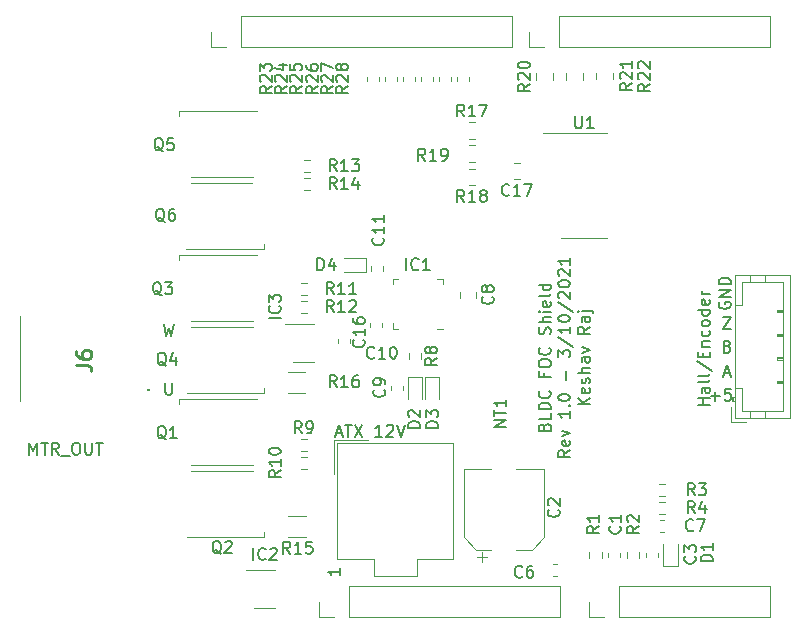
<source format=gto>
G04 #@! TF.GenerationSoftware,KiCad,Pcbnew,(5.1.10)-1*
G04 #@! TF.CreationDate,2021-10-08T21:42:51+13:00*
G04 #@! TF.ProjectId,bldc_driver_fpga,626c6463-5f64-4726-9976-65725f667067,rev?*
G04 #@! TF.SameCoordinates,Original*
G04 #@! TF.FileFunction,Legend,Top*
G04 #@! TF.FilePolarity,Positive*
%FSLAX46Y46*%
G04 Gerber Fmt 4.6, Leading zero omitted, Abs format (unit mm)*
G04 Created by KiCad (PCBNEW (5.1.10)-1) date 2021-10-08 21:42:51*
%MOMM*%
%LPD*%
G01*
G04 APERTURE LIST*
%ADD10C,0.150000*%
%ADD11C,0.120000*%
%ADD12C,0.200000*%
%ADD13C,0.100000*%
%ADD14C,0.254000*%
%ADD15C,3.200000*%
%ADD16R,4.290000X4.500000*%
%ADD17R,1.200000X0.700000*%
%ADD18O,1.750000X1.200000*%
%ADD19R,8.200000X1.100000*%
%ADD20R,2.500000X1.240000*%
%ADD21O,1.700000X1.700000*%
%ADD22R,1.700000X1.700000*%
%ADD23O,2.700000X3.300000*%
%ADD24R,1.560000X0.650000*%
%ADD25R,2.450000X2.450000*%
%ADD26R,0.600000X0.700000*%
%ADD27R,0.700000X0.600000*%
G04 APERTURE END LIST*
D10*
X105720571Y-51577142D02*
X105768190Y-51434285D01*
X105815809Y-51386666D01*
X105911047Y-51339047D01*
X106053904Y-51339047D01*
X106149142Y-51386666D01*
X106196761Y-51434285D01*
X106244380Y-51529523D01*
X106244380Y-51910476D01*
X105244380Y-51910476D01*
X105244380Y-51577142D01*
X105292000Y-51481904D01*
X105339619Y-51434285D01*
X105434857Y-51386666D01*
X105530095Y-51386666D01*
X105625333Y-51434285D01*
X105672952Y-51481904D01*
X105720571Y-51577142D01*
X105720571Y-51910476D01*
X106244380Y-50434285D02*
X106244380Y-50910476D01*
X105244380Y-50910476D01*
X106244380Y-50100952D02*
X105244380Y-50100952D01*
X105244380Y-49862857D01*
X105292000Y-49720000D01*
X105387238Y-49624761D01*
X105482476Y-49577142D01*
X105672952Y-49529523D01*
X105815809Y-49529523D01*
X106006285Y-49577142D01*
X106101523Y-49624761D01*
X106196761Y-49720000D01*
X106244380Y-49862857D01*
X106244380Y-50100952D01*
X106149142Y-48529523D02*
X106196761Y-48577142D01*
X106244380Y-48720000D01*
X106244380Y-48815238D01*
X106196761Y-48958095D01*
X106101523Y-49053333D01*
X106006285Y-49100952D01*
X105815809Y-49148571D01*
X105672952Y-49148571D01*
X105482476Y-49100952D01*
X105387238Y-49053333D01*
X105292000Y-48958095D01*
X105244380Y-48815238D01*
X105244380Y-48720000D01*
X105292000Y-48577142D01*
X105339619Y-48529523D01*
X105720571Y-47005714D02*
X105720571Y-47339047D01*
X106244380Y-47339047D02*
X105244380Y-47339047D01*
X105244380Y-46862857D01*
X105244380Y-46291428D02*
X105244380Y-46100952D01*
X105292000Y-46005714D01*
X105387238Y-45910476D01*
X105577714Y-45862857D01*
X105911047Y-45862857D01*
X106101523Y-45910476D01*
X106196761Y-46005714D01*
X106244380Y-46100952D01*
X106244380Y-46291428D01*
X106196761Y-46386666D01*
X106101523Y-46481904D01*
X105911047Y-46529523D01*
X105577714Y-46529523D01*
X105387238Y-46481904D01*
X105292000Y-46386666D01*
X105244380Y-46291428D01*
X106149142Y-44862857D02*
X106196761Y-44910476D01*
X106244380Y-45053333D01*
X106244380Y-45148571D01*
X106196761Y-45291428D01*
X106101523Y-45386666D01*
X106006285Y-45434285D01*
X105815809Y-45481904D01*
X105672952Y-45481904D01*
X105482476Y-45434285D01*
X105387238Y-45386666D01*
X105292000Y-45291428D01*
X105244380Y-45148571D01*
X105244380Y-45053333D01*
X105292000Y-44910476D01*
X105339619Y-44862857D01*
X106196761Y-43720000D02*
X106244380Y-43577142D01*
X106244380Y-43339047D01*
X106196761Y-43243809D01*
X106149142Y-43196190D01*
X106053904Y-43148571D01*
X105958666Y-43148571D01*
X105863428Y-43196190D01*
X105815809Y-43243809D01*
X105768190Y-43339047D01*
X105720571Y-43529523D01*
X105672952Y-43624761D01*
X105625333Y-43672380D01*
X105530095Y-43720000D01*
X105434857Y-43720000D01*
X105339619Y-43672380D01*
X105292000Y-43624761D01*
X105244380Y-43529523D01*
X105244380Y-43291428D01*
X105292000Y-43148571D01*
X106244380Y-42720000D02*
X105244380Y-42720000D01*
X106244380Y-42291428D02*
X105720571Y-42291428D01*
X105625333Y-42339047D01*
X105577714Y-42434285D01*
X105577714Y-42577142D01*
X105625333Y-42672380D01*
X105672952Y-42720000D01*
X106244380Y-41815238D02*
X105577714Y-41815238D01*
X105244380Y-41815238D02*
X105292000Y-41862857D01*
X105339619Y-41815238D01*
X105292000Y-41767619D01*
X105244380Y-41815238D01*
X105339619Y-41815238D01*
X106196761Y-40958095D02*
X106244380Y-41053333D01*
X106244380Y-41243809D01*
X106196761Y-41339047D01*
X106101523Y-41386666D01*
X105720571Y-41386666D01*
X105625333Y-41339047D01*
X105577714Y-41243809D01*
X105577714Y-41053333D01*
X105625333Y-40958095D01*
X105720571Y-40910476D01*
X105815809Y-40910476D01*
X105911047Y-41386666D01*
X106244380Y-40339047D02*
X106196761Y-40434285D01*
X106101523Y-40481904D01*
X105244380Y-40481904D01*
X106244380Y-39529523D02*
X105244380Y-39529523D01*
X106196761Y-39529523D02*
X106244380Y-39624761D01*
X106244380Y-39815238D01*
X106196761Y-39910476D01*
X106149142Y-39958095D01*
X106053904Y-40005714D01*
X105768190Y-40005714D01*
X105672952Y-39958095D01*
X105625333Y-39910476D01*
X105577714Y-39815238D01*
X105577714Y-39624761D01*
X105625333Y-39529523D01*
X107894380Y-53553333D02*
X107418190Y-53886666D01*
X107894380Y-54124761D02*
X106894380Y-54124761D01*
X106894380Y-53743809D01*
X106942000Y-53648571D01*
X106989619Y-53600952D01*
X107084857Y-53553333D01*
X107227714Y-53553333D01*
X107322952Y-53600952D01*
X107370571Y-53648571D01*
X107418190Y-53743809D01*
X107418190Y-54124761D01*
X107846761Y-52743809D02*
X107894380Y-52839047D01*
X107894380Y-53029523D01*
X107846761Y-53124761D01*
X107751523Y-53172380D01*
X107370571Y-53172380D01*
X107275333Y-53124761D01*
X107227714Y-53029523D01*
X107227714Y-52839047D01*
X107275333Y-52743809D01*
X107370571Y-52696190D01*
X107465809Y-52696190D01*
X107561047Y-53172380D01*
X107227714Y-52362857D02*
X107894380Y-52124761D01*
X107227714Y-51886666D01*
X107894380Y-50219999D02*
X107894380Y-50791428D01*
X107894380Y-50505714D02*
X106894380Y-50505714D01*
X107037238Y-50600952D01*
X107132476Y-50696190D01*
X107180095Y-50791428D01*
X107799142Y-49791428D02*
X107846761Y-49743809D01*
X107894380Y-49791428D01*
X107846761Y-49839047D01*
X107799142Y-49791428D01*
X107894380Y-49791428D01*
X106894380Y-49124761D02*
X106894380Y-49029523D01*
X106942000Y-48934285D01*
X106989619Y-48886666D01*
X107084857Y-48839047D01*
X107275333Y-48791428D01*
X107513428Y-48791428D01*
X107703904Y-48839047D01*
X107799142Y-48886666D01*
X107846761Y-48934285D01*
X107894380Y-49029523D01*
X107894380Y-49124761D01*
X107846761Y-49220000D01*
X107799142Y-49267619D01*
X107703904Y-49315238D01*
X107513428Y-49362857D01*
X107275333Y-49362857D01*
X107084857Y-49315238D01*
X106989619Y-49267619D01*
X106942000Y-49220000D01*
X106894380Y-49124761D01*
X107513428Y-47600952D02*
X107513428Y-46839047D01*
X106894380Y-45696190D02*
X106894380Y-45077142D01*
X107275333Y-45410476D01*
X107275333Y-45267619D01*
X107322952Y-45172380D01*
X107370571Y-45124761D01*
X107465809Y-45077142D01*
X107703904Y-45077142D01*
X107799142Y-45124761D01*
X107846761Y-45172380D01*
X107894380Y-45267619D01*
X107894380Y-45553333D01*
X107846761Y-45648571D01*
X107799142Y-45696190D01*
X106846761Y-43934285D02*
X108132476Y-44791428D01*
X107894380Y-43077142D02*
X107894380Y-43648571D01*
X107894380Y-43362857D02*
X106894380Y-43362857D01*
X107037238Y-43458095D01*
X107132476Y-43553333D01*
X107180095Y-43648571D01*
X106894380Y-42458095D02*
X106894380Y-42362857D01*
X106942000Y-42267619D01*
X106989619Y-42220000D01*
X107084857Y-42172380D01*
X107275333Y-42124761D01*
X107513428Y-42124761D01*
X107703904Y-42172380D01*
X107799142Y-42220000D01*
X107846761Y-42267619D01*
X107894380Y-42362857D01*
X107894380Y-42458095D01*
X107846761Y-42553333D01*
X107799142Y-42600952D01*
X107703904Y-42648571D01*
X107513428Y-42696190D01*
X107275333Y-42696190D01*
X107084857Y-42648571D01*
X106989619Y-42600952D01*
X106942000Y-42553333D01*
X106894380Y-42458095D01*
X106846761Y-40981904D02*
X108132476Y-41839047D01*
X106989619Y-40696190D02*
X106942000Y-40648571D01*
X106894380Y-40553333D01*
X106894380Y-40315238D01*
X106942000Y-40220000D01*
X106989619Y-40172380D01*
X107084857Y-40124761D01*
X107180095Y-40124761D01*
X107322952Y-40172380D01*
X107894380Y-40743809D01*
X107894380Y-40124761D01*
X106894380Y-39505714D02*
X106894380Y-39410476D01*
X106942000Y-39315238D01*
X106989619Y-39267619D01*
X107084857Y-39220000D01*
X107275333Y-39172380D01*
X107513428Y-39172380D01*
X107703904Y-39220000D01*
X107799142Y-39267619D01*
X107846761Y-39315238D01*
X107894380Y-39410476D01*
X107894380Y-39505714D01*
X107846761Y-39600952D01*
X107799142Y-39648571D01*
X107703904Y-39696190D01*
X107513428Y-39743809D01*
X107275333Y-39743809D01*
X107084857Y-39696190D01*
X106989619Y-39648571D01*
X106942000Y-39600952D01*
X106894380Y-39505714D01*
X106989619Y-38791428D02*
X106942000Y-38743809D01*
X106894380Y-38648571D01*
X106894380Y-38410476D01*
X106942000Y-38315238D01*
X106989619Y-38267619D01*
X107084857Y-38220000D01*
X107180095Y-38220000D01*
X107322952Y-38267619D01*
X107894380Y-38839047D01*
X107894380Y-38220000D01*
X107894380Y-37267619D02*
X107894380Y-37839047D01*
X107894380Y-37553333D02*
X106894380Y-37553333D01*
X107037238Y-37648571D01*
X107132476Y-37743809D01*
X107180095Y-37839047D01*
X109544380Y-49672380D02*
X108544380Y-49672380D01*
X109544380Y-49100952D02*
X108972952Y-49529523D01*
X108544380Y-49100952D02*
X109115809Y-49672380D01*
X109496761Y-48291428D02*
X109544380Y-48386666D01*
X109544380Y-48577142D01*
X109496761Y-48672380D01*
X109401523Y-48720000D01*
X109020571Y-48720000D01*
X108925333Y-48672380D01*
X108877714Y-48577142D01*
X108877714Y-48386666D01*
X108925333Y-48291428D01*
X109020571Y-48243809D01*
X109115809Y-48243809D01*
X109211047Y-48720000D01*
X109496761Y-47862857D02*
X109544380Y-47767619D01*
X109544380Y-47577142D01*
X109496761Y-47481904D01*
X109401523Y-47434285D01*
X109353904Y-47434285D01*
X109258666Y-47481904D01*
X109211047Y-47577142D01*
X109211047Y-47720000D01*
X109163428Y-47815238D01*
X109068190Y-47862857D01*
X109020571Y-47862857D01*
X108925333Y-47815238D01*
X108877714Y-47720000D01*
X108877714Y-47577142D01*
X108925333Y-47481904D01*
X109544380Y-47005714D02*
X108544380Y-47005714D01*
X109544380Y-46577142D02*
X109020571Y-46577142D01*
X108925333Y-46624761D01*
X108877714Y-46720000D01*
X108877714Y-46862857D01*
X108925333Y-46958095D01*
X108972952Y-47005714D01*
X109544380Y-45672380D02*
X109020571Y-45672380D01*
X108925333Y-45720000D01*
X108877714Y-45815238D01*
X108877714Y-46005714D01*
X108925333Y-46100952D01*
X109496761Y-45672380D02*
X109544380Y-45767619D01*
X109544380Y-46005714D01*
X109496761Y-46100952D01*
X109401523Y-46148571D01*
X109306285Y-46148571D01*
X109211047Y-46100952D01*
X109163428Y-46005714D01*
X109163428Y-45767619D01*
X109115809Y-45672380D01*
X108877714Y-45291428D02*
X109544380Y-45053333D01*
X108877714Y-44815238D01*
X109544380Y-43100952D02*
X109068190Y-43434285D01*
X109544380Y-43672380D02*
X108544380Y-43672380D01*
X108544380Y-43291428D01*
X108592000Y-43196190D01*
X108639619Y-43148571D01*
X108734857Y-43100952D01*
X108877714Y-43100952D01*
X108972952Y-43148571D01*
X109020571Y-43196190D01*
X109068190Y-43291428D01*
X109068190Y-43672380D01*
X109544380Y-42243809D02*
X109020571Y-42243809D01*
X108925333Y-42291428D01*
X108877714Y-42386666D01*
X108877714Y-42577142D01*
X108925333Y-42672380D01*
X109496761Y-42243809D02*
X109544380Y-42339047D01*
X109544380Y-42577142D01*
X109496761Y-42672380D01*
X109401523Y-42720000D01*
X109306285Y-42720000D01*
X109211047Y-42672380D01*
X109163428Y-42577142D01*
X109163428Y-42339047D01*
X109115809Y-42243809D01*
X108877714Y-41767619D02*
X109734857Y-41767619D01*
X109830095Y-41815238D01*
X109877714Y-41910476D01*
X109877714Y-41958095D01*
X108544380Y-41767619D02*
X108592000Y-41815238D01*
X108639619Y-41767619D01*
X108592000Y-41720000D01*
X108544380Y-41767619D01*
X108639619Y-41767619D01*
X73485428Y-42886380D02*
X73723523Y-43886380D01*
X73914000Y-43172095D01*
X74104476Y-43886380D01*
X74342571Y-42886380D01*
X73628285Y-47839380D02*
X73628285Y-48648904D01*
X73675904Y-48744142D01*
X73723523Y-48791761D01*
X73818761Y-48839380D01*
X74009238Y-48839380D01*
X74104476Y-48791761D01*
X74152095Y-48744142D01*
X74199714Y-48648904D01*
X74199714Y-47839380D01*
X62127190Y-53919380D02*
X62127190Y-52919380D01*
X62460523Y-53633666D01*
X62793857Y-52919380D01*
X62793857Y-53919380D01*
X63127190Y-52919380D02*
X63698619Y-52919380D01*
X63412904Y-53919380D02*
X63412904Y-52919380D01*
X64603380Y-53919380D02*
X64270047Y-53443190D01*
X64031952Y-53919380D02*
X64031952Y-52919380D01*
X64412904Y-52919380D01*
X64508142Y-52967000D01*
X64555761Y-53014619D01*
X64603380Y-53109857D01*
X64603380Y-53252714D01*
X64555761Y-53347952D01*
X64508142Y-53395571D01*
X64412904Y-53443190D01*
X64031952Y-53443190D01*
X64793857Y-54014619D02*
X65555761Y-54014619D01*
X65984333Y-52919380D02*
X66174809Y-52919380D01*
X66270047Y-52967000D01*
X66365285Y-53062238D01*
X66412904Y-53252714D01*
X66412904Y-53586047D01*
X66365285Y-53776523D01*
X66270047Y-53871761D01*
X66174809Y-53919380D01*
X65984333Y-53919380D01*
X65889095Y-53871761D01*
X65793857Y-53776523D01*
X65746238Y-53586047D01*
X65746238Y-53252714D01*
X65793857Y-53062238D01*
X65889095Y-52967000D01*
X65984333Y-52919380D01*
X66841476Y-52919380D02*
X66841476Y-53728904D01*
X66889095Y-53824142D01*
X66936714Y-53871761D01*
X67031952Y-53919380D01*
X67222428Y-53919380D01*
X67317666Y-53871761D01*
X67365285Y-53824142D01*
X67412904Y-53728904D01*
X67412904Y-52919380D01*
X67746238Y-52919380D02*
X68317666Y-52919380D01*
X68031952Y-53919380D02*
X68031952Y-52919380D01*
X88074857Y-52109666D02*
X88551047Y-52109666D01*
X87979619Y-52395380D02*
X88312952Y-51395380D01*
X88646285Y-52395380D01*
X88836761Y-51395380D02*
X89408190Y-51395380D01*
X89122476Y-52395380D02*
X89122476Y-51395380D01*
X89646285Y-51395380D02*
X90312952Y-52395380D01*
X90312952Y-51395380D02*
X89646285Y-52395380D01*
X91979619Y-52395380D02*
X91408190Y-52395380D01*
X91693904Y-52395380D02*
X91693904Y-51395380D01*
X91598666Y-51538238D01*
X91503428Y-51633476D01*
X91408190Y-51681095D01*
X92360571Y-51490619D02*
X92408190Y-51443000D01*
X92503428Y-51395380D01*
X92741523Y-51395380D01*
X92836761Y-51443000D01*
X92884380Y-51490619D01*
X92932000Y-51585857D01*
X92932000Y-51681095D01*
X92884380Y-51823952D01*
X92312952Y-52395380D01*
X92932000Y-52395380D01*
X93217714Y-51395380D02*
X93551047Y-52395380D01*
X93884380Y-51395380D01*
X120531000Y-41020904D02*
X120483380Y-41116142D01*
X120483380Y-41259000D01*
X120531000Y-41401857D01*
X120626238Y-41497095D01*
X120721476Y-41544714D01*
X120911952Y-41592333D01*
X121054809Y-41592333D01*
X121245285Y-41544714D01*
X121340523Y-41497095D01*
X121435761Y-41401857D01*
X121483380Y-41259000D01*
X121483380Y-41163761D01*
X121435761Y-41020904D01*
X121388142Y-40973285D01*
X121054809Y-40973285D01*
X121054809Y-41163761D01*
X121483380Y-40544714D02*
X120483380Y-40544714D01*
X121483380Y-39973285D01*
X120483380Y-39973285D01*
X121483380Y-39497095D02*
X120483380Y-39497095D01*
X120483380Y-39259000D01*
X120531000Y-39116142D01*
X120626238Y-39020904D01*
X120721476Y-38973285D01*
X120911952Y-38925666D01*
X121054809Y-38925666D01*
X121245285Y-38973285D01*
X121340523Y-39020904D01*
X121435761Y-39116142D01*
X121483380Y-39259000D01*
X121483380Y-39497095D01*
X120824666Y-42251380D02*
X121491333Y-42251380D01*
X120824666Y-43251380D01*
X121491333Y-43251380D01*
X121229428Y-44759571D02*
X121372285Y-44807190D01*
X121419904Y-44854809D01*
X121467523Y-44950047D01*
X121467523Y-45092904D01*
X121419904Y-45188142D01*
X121372285Y-45235761D01*
X121277047Y-45283380D01*
X120896095Y-45283380D01*
X120896095Y-44283380D01*
X121229428Y-44283380D01*
X121324666Y-44331000D01*
X121372285Y-44378619D01*
X121419904Y-44473857D01*
X121419904Y-44569095D01*
X121372285Y-44664333D01*
X121324666Y-44711952D01*
X121229428Y-44759571D01*
X120896095Y-44759571D01*
X120919904Y-47029666D02*
X121396095Y-47029666D01*
X120824666Y-47315380D02*
X121158000Y-46315380D01*
X121491333Y-47315380D01*
X119792857Y-48966428D02*
X120554761Y-48966428D01*
X120173809Y-49347380D02*
X120173809Y-48585476D01*
X121507142Y-48347380D02*
X121030952Y-48347380D01*
X120983333Y-48823571D01*
X121030952Y-48775952D01*
X121126190Y-48728333D01*
X121364285Y-48728333D01*
X121459523Y-48775952D01*
X121507142Y-48823571D01*
X121554761Y-48918809D01*
X121554761Y-49156904D01*
X121507142Y-49252142D01*
X121459523Y-49299761D01*
X121364285Y-49347380D01*
X121126190Y-49347380D01*
X121030952Y-49299761D01*
X120983333Y-49252142D01*
X119705380Y-49719904D02*
X118705380Y-49719904D01*
X119181571Y-49719904D02*
X119181571Y-49148476D01*
X119705380Y-49148476D02*
X118705380Y-49148476D01*
X119705380Y-48243714D02*
X119181571Y-48243714D01*
X119086333Y-48291333D01*
X119038714Y-48386571D01*
X119038714Y-48577047D01*
X119086333Y-48672285D01*
X119657761Y-48243714D02*
X119705380Y-48338952D01*
X119705380Y-48577047D01*
X119657761Y-48672285D01*
X119562523Y-48719904D01*
X119467285Y-48719904D01*
X119372047Y-48672285D01*
X119324428Y-48577047D01*
X119324428Y-48338952D01*
X119276809Y-48243714D01*
X119705380Y-47624666D02*
X119657761Y-47719904D01*
X119562523Y-47767523D01*
X118705380Y-47767523D01*
X119705380Y-47100857D02*
X119657761Y-47196095D01*
X119562523Y-47243714D01*
X118705380Y-47243714D01*
X118657761Y-46005619D02*
X119943476Y-46862761D01*
X119181571Y-45672285D02*
X119181571Y-45338952D01*
X119705380Y-45196095D02*
X119705380Y-45672285D01*
X118705380Y-45672285D01*
X118705380Y-45196095D01*
X119038714Y-44767523D02*
X119705380Y-44767523D01*
X119133952Y-44767523D02*
X119086333Y-44719904D01*
X119038714Y-44624666D01*
X119038714Y-44481809D01*
X119086333Y-44386571D01*
X119181571Y-44338952D01*
X119705380Y-44338952D01*
X119657761Y-43434190D02*
X119705380Y-43529428D01*
X119705380Y-43719904D01*
X119657761Y-43815142D01*
X119610142Y-43862761D01*
X119514904Y-43910380D01*
X119229190Y-43910380D01*
X119133952Y-43862761D01*
X119086333Y-43815142D01*
X119038714Y-43719904D01*
X119038714Y-43529428D01*
X119086333Y-43434190D01*
X119705380Y-42862761D02*
X119657761Y-42958000D01*
X119610142Y-43005619D01*
X119514904Y-43053238D01*
X119229190Y-43053238D01*
X119133952Y-43005619D01*
X119086333Y-42958000D01*
X119038714Y-42862761D01*
X119038714Y-42719904D01*
X119086333Y-42624666D01*
X119133952Y-42577047D01*
X119229190Y-42529428D01*
X119514904Y-42529428D01*
X119610142Y-42577047D01*
X119657761Y-42624666D01*
X119705380Y-42719904D01*
X119705380Y-42862761D01*
X119705380Y-41672285D02*
X118705380Y-41672285D01*
X119657761Y-41672285D02*
X119705380Y-41767523D01*
X119705380Y-41958000D01*
X119657761Y-42053238D01*
X119610142Y-42100857D01*
X119514904Y-42148476D01*
X119229190Y-42148476D01*
X119133952Y-42100857D01*
X119086333Y-42053238D01*
X119038714Y-41958000D01*
X119038714Y-41767523D01*
X119086333Y-41672285D01*
X119657761Y-40815142D02*
X119705380Y-40910380D01*
X119705380Y-41100857D01*
X119657761Y-41196095D01*
X119562523Y-41243714D01*
X119181571Y-41243714D01*
X119086333Y-41196095D01*
X119038714Y-41100857D01*
X119038714Y-40910380D01*
X119086333Y-40815142D01*
X119181571Y-40767523D01*
X119276809Y-40767523D01*
X119372047Y-41243714D01*
X119705380Y-40338952D02*
X119038714Y-40338952D01*
X119229190Y-40338952D02*
X119133952Y-40291333D01*
X119086333Y-40243714D01*
X119038714Y-40148476D01*
X119038714Y-40053238D01*
X88392380Y-63534285D02*
X88392380Y-64105714D01*
X88392380Y-63820000D02*
X87392380Y-63820000D01*
X87535238Y-63915238D01*
X87630476Y-64010476D01*
X87678095Y-64105714D01*
D11*
X98296000Y-22255267D02*
X98296000Y-21912733D01*
X99316000Y-22255267D02*
X99316000Y-21912733D01*
X96772000Y-22255267D02*
X96772000Y-21912733D01*
X97792000Y-22255267D02*
X97792000Y-21912733D01*
X95248000Y-22255267D02*
X95248000Y-21912733D01*
X96268000Y-22255267D02*
X96268000Y-21912733D01*
X93724000Y-22255267D02*
X93724000Y-21912733D01*
X94744000Y-22255267D02*
X94744000Y-21912733D01*
X92200000Y-22255267D02*
X92200000Y-21912733D01*
X93220000Y-22255267D02*
X93220000Y-21912733D01*
X90676000Y-22255267D02*
X90676000Y-21912733D01*
X91696000Y-22255267D02*
X91696000Y-21912733D01*
X109093000Y-35550000D02*
X111043000Y-35550000D01*
X109093000Y-35550000D02*
X107143000Y-35550000D01*
X109093000Y-26680000D02*
X111043000Y-26680000D01*
X109093000Y-26680000D02*
X105643000Y-26680000D01*
X111517500Y-21637248D02*
X111517500Y-22159752D01*
X110097500Y-21637248D02*
X110097500Y-22159752D01*
X108977500Y-21646248D02*
X108977500Y-22168752D01*
X107557500Y-21646248D02*
X107557500Y-22168752D01*
X106437500Y-21646248D02*
X106437500Y-22168752D01*
X105017500Y-21646248D02*
X105017500Y-22168752D01*
X99306748Y-27738000D02*
X99829252Y-27738000D01*
X99306748Y-29158000D02*
X99829252Y-29158000D01*
X99838252Y-31126500D02*
X99315748Y-31126500D01*
X99838252Y-29706500D02*
X99315748Y-29706500D01*
X99306748Y-25769500D02*
X99829252Y-25769500D01*
X99306748Y-27189500D02*
X99829252Y-27189500D01*
X84007936Y-46905500D02*
X85462064Y-46905500D01*
X84007936Y-48725500D02*
X85462064Y-48725500D01*
X84045436Y-59097500D02*
X85499564Y-59097500D01*
X84045436Y-60917500D02*
X85499564Y-60917500D01*
X85343276Y-30465500D02*
X85852724Y-30465500D01*
X85343276Y-31510500D02*
X85852724Y-31510500D01*
X85343276Y-28941500D02*
X85852724Y-28941500D01*
X85343276Y-29986500D02*
X85852724Y-29986500D01*
X85089276Y-40879500D02*
X85598724Y-40879500D01*
X85089276Y-41924500D02*
X85598724Y-41924500D01*
X85089276Y-39355500D02*
X85598724Y-39355500D01*
X85089276Y-40400500D02*
X85598724Y-40400500D01*
X85089276Y-54087500D02*
X85598724Y-54087500D01*
X85089276Y-55132500D02*
X85598724Y-55132500D01*
X85089276Y-52563500D02*
X85598724Y-52563500D01*
X85089276Y-53608500D02*
X85598724Y-53608500D01*
X95264500Y-45314776D02*
X95264500Y-45824224D01*
X94219500Y-45314776D02*
X94219500Y-45824224D01*
X115975224Y-58942500D02*
X115465776Y-58942500D01*
X115975224Y-57897500D02*
X115465776Y-57897500D01*
X115465776Y-56373500D02*
X115975224Y-56373500D01*
X115465776Y-57418500D02*
X115975224Y-57418500D01*
X113743000Y-62165776D02*
X113743000Y-62675224D01*
X112698000Y-62165776D02*
X112698000Y-62675224D01*
X110568000Y-62165776D02*
X110568000Y-62675224D01*
X109523000Y-62165776D02*
X109523000Y-62675224D01*
X75802500Y-30929000D02*
X81002500Y-30929000D01*
X75402500Y-36529000D02*
X82002500Y-36529000D01*
X82002500Y-36529000D02*
X82002500Y-36129000D01*
X81022500Y-30422500D02*
X75822500Y-30422500D01*
X81422500Y-24822500D02*
X74822500Y-24822500D01*
X74822500Y-24822500D02*
X74822500Y-25222500D01*
X75822500Y-43110500D02*
X81022500Y-43110500D01*
X75422500Y-48710500D02*
X82022500Y-48710500D01*
X82022500Y-48710500D02*
X82022500Y-48310500D01*
X81010500Y-42625000D02*
X75810500Y-42625000D01*
X81410500Y-37025000D02*
X74810500Y-37025000D01*
X74810500Y-37025000D02*
X74810500Y-37425000D01*
X75822500Y-55302500D02*
X81022500Y-55302500D01*
X75422500Y-60902500D02*
X82022500Y-60902500D01*
X82022500Y-60902500D02*
X82022500Y-60502500D01*
X81022500Y-54806500D02*
X75822500Y-54806500D01*
X81422500Y-49206500D02*
X74822500Y-49206500D01*
X74822500Y-49206500D02*
X74822500Y-49606500D01*
X121824500Y-50828000D02*
X126544500Y-50828000D01*
X126544500Y-50828000D02*
X126544500Y-38708000D01*
X126544500Y-38708000D02*
X121824500Y-38708000D01*
X121824500Y-38708000D02*
X121824500Y-50828000D01*
X121824500Y-49068000D02*
X121624500Y-49068000D01*
X121624500Y-49068000D02*
X121624500Y-49368000D01*
X121624500Y-49368000D02*
X121824500Y-49368000D01*
X121724500Y-49068000D02*
X121724500Y-49368000D01*
X121824500Y-48268000D02*
X122434500Y-48268000D01*
X122434500Y-48268000D02*
X122434500Y-50218000D01*
X122434500Y-50218000D02*
X125934500Y-50218000D01*
X125934500Y-50218000D02*
X125934500Y-39318000D01*
X125934500Y-39318000D02*
X122434500Y-39318000D01*
X122434500Y-39318000D02*
X122434500Y-41268000D01*
X122434500Y-41268000D02*
X121824500Y-41268000D01*
X123134500Y-50828000D02*
X123134500Y-50218000D01*
X124434500Y-50828000D02*
X124434500Y-50218000D01*
X123134500Y-38708000D02*
X123134500Y-39318000D01*
X124434500Y-38708000D02*
X124434500Y-39318000D01*
X125934500Y-47868000D02*
X125434500Y-47868000D01*
X125434500Y-47868000D02*
X125434500Y-47668000D01*
X125434500Y-47668000D02*
X125934500Y-47668000D01*
X125934500Y-47768000D02*
X125434500Y-47768000D01*
X125934500Y-45868000D02*
X125434500Y-45868000D01*
X125434500Y-45868000D02*
X125434500Y-45668000D01*
X125434500Y-45668000D02*
X125934500Y-45668000D01*
X125934500Y-45768000D02*
X125434500Y-45768000D01*
X125934500Y-43868000D02*
X125434500Y-43868000D01*
X125434500Y-43868000D02*
X125434500Y-43668000D01*
X125434500Y-43668000D02*
X125934500Y-43668000D01*
X125934500Y-43768000D02*
X125434500Y-43768000D01*
X125934500Y-41868000D02*
X125434500Y-41868000D01*
X125434500Y-41868000D02*
X125434500Y-41668000D01*
X125434500Y-41668000D02*
X125934500Y-41668000D01*
X125934500Y-41768000D02*
X125434500Y-41768000D01*
X121524500Y-49878000D02*
X121524500Y-51128000D01*
X121524500Y-51128000D02*
X122774500Y-51128000D01*
D12*
X72159000Y-48410500D02*
X72159000Y-48410500D01*
X72259000Y-48410500D02*
X72259000Y-48410500D01*
X72159000Y-48410500D02*
X72159000Y-48410500D01*
D13*
X61314000Y-42160500D02*
X61314000Y-49410500D01*
D12*
X72259000Y-48410500D02*
G75*
G02*
X72159000Y-48410500I-50000J0D01*
G01*
X72159000Y-48410500D02*
G75*
G02*
X72259000Y-48410500I50000J0D01*
G01*
X72259000Y-48410500D02*
G75*
G02*
X72159000Y-48410500I-50000J0D01*
G01*
D11*
X124837500Y-67687500D02*
X124837500Y-65027500D01*
X112077500Y-67687500D02*
X124837500Y-67687500D01*
X112077500Y-65027500D02*
X124837500Y-65027500D01*
X112077500Y-67687500D02*
X112077500Y-65027500D01*
X110807500Y-67687500D02*
X109477500Y-67687500D01*
X109477500Y-67687500D02*
X109477500Y-66357500D01*
X124830000Y-19430000D02*
X124830000Y-16770000D01*
X106990000Y-19430000D02*
X124830000Y-19430000D01*
X106990000Y-16770000D02*
X124830000Y-16770000D01*
X106990000Y-19430000D02*
X106990000Y-16770000D01*
X105720000Y-19430000D02*
X104390000Y-19430000D01*
X104390000Y-19430000D02*
X104390000Y-18100000D01*
X102986000Y-19430000D02*
X102986000Y-16770000D01*
X80066000Y-19430000D02*
X102986000Y-19430000D01*
X80066000Y-16770000D02*
X102986000Y-16770000D01*
X80066000Y-19430000D02*
X80066000Y-16770000D01*
X78796000Y-19430000D02*
X77466000Y-19430000D01*
X77466000Y-19430000D02*
X77466000Y-18100000D01*
X107057500Y-67687500D02*
X107057500Y-65027500D01*
X89217500Y-67687500D02*
X107057500Y-67687500D01*
X89217500Y-65027500D02*
X107057500Y-65027500D01*
X89217500Y-67687500D02*
X89217500Y-65027500D01*
X87947500Y-67687500D02*
X86617500Y-67687500D01*
X86617500Y-67687500D02*
X86617500Y-66357500D01*
X93095500Y-52948500D02*
X88185500Y-52948500D01*
X88185500Y-52948500D02*
X88185500Y-62768500D01*
X88185500Y-62768500D02*
X91285500Y-62768500D01*
X91285500Y-62768500D02*
X91285500Y-64168500D01*
X91285500Y-64168500D02*
X93095500Y-64168500D01*
X93095500Y-52948500D02*
X98005500Y-52948500D01*
X98005500Y-52948500D02*
X98005500Y-62768500D01*
X98005500Y-62768500D02*
X94905500Y-62768500D01*
X94905500Y-62768500D02*
X94905500Y-64168500D01*
X94905500Y-64168500D02*
X93095500Y-64168500D01*
X90795500Y-52708500D02*
X87945500Y-52708500D01*
X87945500Y-52708500D02*
X87945500Y-55558500D01*
X84444000Y-46060000D02*
X86244000Y-46060000D01*
X86244000Y-42840000D02*
X83794000Y-42840000D01*
X81142000Y-66888000D02*
X82942000Y-66888000D01*
X82942000Y-63668000D02*
X80492000Y-63668000D01*
X93361000Y-43258000D02*
X92886000Y-43258000D01*
X92886000Y-43258000D02*
X92886000Y-42783000D01*
X96631000Y-39038000D02*
X97106000Y-39038000D01*
X97106000Y-39038000D02*
X97106000Y-39513000D01*
X93361000Y-39038000D02*
X92886000Y-39038000D01*
X92886000Y-39038000D02*
X92886000Y-39513000D01*
X96631000Y-43258000D02*
X97106000Y-43258000D01*
X90621500Y-38446000D02*
X90621500Y-37246000D01*
X88771500Y-38446000D02*
X90621500Y-38446000D01*
X88771500Y-37246000D02*
X90621500Y-37246000D01*
X96802500Y-47364000D02*
X95602500Y-47364000D01*
X96802500Y-49214000D02*
X96802500Y-47364000D01*
X95602500Y-49214000D02*
X95602500Y-47364000D01*
X95342000Y-47364000D02*
X94142000Y-47364000D01*
X95342000Y-49214000D02*
X95342000Y-47364000D01*
X94142000Y-49214000D02*
X94142000Y-47364000D01*
X115795500Y-63316500D02*
X116995500Y-63316500D01*
X115795500Y-61466500D02*
X115795500Y-63316500D01*
X116995500Y-61466500D02*
X116995500Y-63316500D01*
X103648252Y-30618500D02*
X103125748Y-30618500D01*
X103648252Y-29198500D02*
X103125748Y-29198500D01*
X89283000Y-44151733D02*
X89283000Y-44494267D01*
X88263000Y-44151733D02*
X88263000Y-44494267D01*
X92077000Y-37992233D02*
X92077000Y-38334767D01*
X91057000Y-37992233D02*
X91057000Y-38334767D01*
X90930000Y-43097267D02*
X90930000Y-42754733D01*
X91950000Y-43097267D02*
X91950000Y-42754733D01*
X92708000Y-48431267D02*
X92708000Y-48088733D01*
X93728000Y-48431267D02*
X93728000Y-48088733D01*
X98540500Y-40647252D02*
X98540500Y-40124748D01*
X99960500Y-40647252D02*
X99960500Y-40124748D01*
X115882267Y-60454000D02*
X115539733Y-60454000D01*
X115882267Y-59434000D02*
X115539733Y-59434000D01*
X106787767Y-64200500D02*
X106445233Y-64200500D01*
X106787767Y-63180500D02*
X106445233Y-63180500D01*
X114298000Y-62591767D02*
X114298000Y-62249233D01*
X115318000Y-62591767D02*
X115318000Y-62249233D01*
X105708500Y-55137000D02*
X103358500Y-55137000D01*
X98888500Y-55137000D02*
X101238500Y-55137000D01*
X98888500Y-60892563D02*
X98888500Y-55137000D01*
X105708500Y-60892563D02*
X105708500Y-55137000D01*
X104644063Y-61957000D02*
X103358500Y-61957000D01*
X99952937Y-61957000D02*
X101238500Y-61957000D01*
X99952937Y-61957000D02*
X98888500Y-60892563D01*
X104644063Y-61957000D02*
X105708500Y-60892563D01*
X100451000Y-62984500D02*
X100451000Y-62197000D01*
X100057250Y-62590750D02*
X100844750Y-62590750D01*
X111123000Y-62591767D02*
X111123000Y-62249233D01*
X112143000Y-62591767D02*
X112143000Y-62249233D01*
D10*
X89098380Y-22726857D02*
X88622190Y-23060190D01*
X89098380Y-23298285D02*
X88098380Y-23298285D01*
X88098380Y-22917333D01*
X88146000Y-22822095D01*
X88193619Y-22774476D01*
X88288857Y-22726857D01*
X88431714Y-22726857D01*
X88526952Y-22774476D01*
X88574571Y-22822095D01*
X88622190Y-22917333D01*
X88622190Y-23298285D01*
X88193619Y-22345904D02*
X88146000Y-22298285D01*
X88098380Y-22203047D01*
X88098380Y-21964952D01*
X88146000Y-21869714D01*
X88193619Y-21822095D01*
X88288857Y-21774476D01*
X88384095Y-21774476D01*
X88526952Y-21822095D01*
X89098380Y-22393523D01*
X89098380Y-21774476D01*
X88526952Y-21203047D02*
X88479333Y-21298285D01*
X88431714Y-21345904D01*
X88336476Y-21393523D01*
X88288857Y-21393523D01*
X88193619Y-21345904D01*
X88146000Y-21298285D01*
X88098380Y-21203047D01*
X88098380Y-21012571D01*
X88146000Y-20917333D01*
X88193619Y-20869714D01*
X88288857Y-20822095D01*
X88336476Y-20822095D01*
X88431714Y-20869714D01*
X88479333Y-20917333D01*
X88526952Y-21012571D01*
X88526952Y-21203047D01*
X88574571Y-21298285D01*
X88622190Y-21345904D01*
X88717428Y-21393523D01*
X88907904Y-21393523D01*
X89003142Y-21345904D01*
X89050761Y-21298285D01*
X89098380Y-21203047D01*
X89098380Y-21012571D01*
X89050761Y-20917333D01*
X89003142Y-20869714D01*
X88907904Y-20822095D01*
X88717428Y-20822095D01*
X88622190Y-20869714D01*
X88574571Y-20917333D01*
X88526952Y-21012571D01*
X87828380Y-22740857D02*
X87352190Y-23074190D01*
X87828380Y-23312285D02*
X86828380Y-23312285D01*
X86828380Y-22931333D01*
X86876000Y-22836095D01*
X86923619Y-22788476D01*
X87018857Y-22740857D01*
X87161714Y-22740857D01*
X87256952Y-22788476D01*
X87304571Y-22836095D01*
X87352190Y-22931333D01*
X87352190Y-23312285D01*
X86923619Y-22359904D02*
X86876000Y-22312285D01*
X86828380Y-22217047D01*
X86828380Y-21978952D01*
X86876000Y-21883714D01*
X86923619Y-21836095D01*
X87018857Y-21788476D01*
X87114095Y-21788476D01*
X87256952Y-21836095D01*
X87828380Y-22407523D01*
X87828380Y-21788476D01*
X86828380Y-21455142D02*
X86828380Y-20788476D01*
X87828380Y-21217047D01*
X86558380Y-22740857D02*
X86082190Y-23074190D01*
X86558380Y-23312285D02*
X85558380Y-23312285D01*
X85558380Y-22931333D01*
X85606000Y-22836095D01*
X85653619Y-22788476D01*
X85748857Y-22740857D01*
X85891714Y-22740857D01*
X85986952Y-22788476D01*
X86034571Y-22836095D01*
X86082190Y-22931333D01*
X86082190Y-23312285D01*
X85653619Y-22359904D02*
X85606000Y-22312285D01*
X85558380Y-22217047D01*
X85558380Y-21978952D01*
X85606000Y-21883714D01*
X85653619Y-21836095D01*
X85748857Y-21788476D01*
X85844095Y-21788476D01*
X85986952Y-21836095D01*
X86558380Y-22407523D01*
X86558380Y-21788476D01*
X85558380Y-20931333D02*
X85558380Y-21121809D01*
X85606000Y-21217047D01*
X85653619Y-21264666D01*
X85796476Y-21359904D01*
X85986952Y-21407523D01*
X86367904Y-21407523D01*
X86463142Y-21359904D01*
X86510761Y-21312285D01*
X86558380Y-21217047D01*
X86558380Y-21026571D01*
X86510761Y-20931333D01*
X86463142Y-20883714D01*
X86367904Y-20836095D01*
X86129809Y-20836095D01*
X86034571Y-20883714D01*
X85986952Y-20931333D01*
X85939333Y-21026571D01*
X85939333Y-21217047D01*
X85986952Y-21312285D01*
X86034571Y-21359904D01*
X86129809Y-21407523D01*
X85161380Y-22726857D02*
X84685190Y-23060190D01*
X85161380Y-23298285D02*
X84161380Y-23298285D01*
X84161380Y-22917333D01*
X84209000Y-22822095D01*
X84256619Y-22774476D01*
X84351857Y-22726857D01*
X84494714Y-22726857D01*
X84589952Y-22774476D01*
X84637571Y-22822095D01*
X84685190Y-22917333D01*
X84685190Y-23298285D01*
X84256619Y-22345904D02*
X84209000Y-22298285D01*
X84161380Y-22203047D01*
X84161380Y-21964952D01*
X84209000Y-21869714D01*
X84256619Y-21822095D01*
X84351857Y-21774476D01*
X84447095Y-21774476D01*
X84589952Y-21822095D01*
X85161380Y-22393523D01*
X85161380Y-21774476D01*
X84161380Y-20869714D02*
X84161380Y-21345904D01*
X84637571Y-21393523D01*
X84589952Y-21345904D01*
X84542333Y-21250666D01*
X84542333Y-21012571D01*
X84589952Y-20917333D01*
X84637571Y-20869714D01*
X84732809Y-20822095D01*
X84970904Y-20822095D01*
X85066142Y-20869714D01*
X85113761Y-20917333D01*
X85161380Y-21012571D01*
X85161380Y-21250666D01*
X85113761Y-21345904D01*
X85066142Y-21393523D01*
X83891380Y-22726857D02*
X83415190Y-23060190D01*
X83891380Y-23298285D02*
X82891380Y-23298285D01*
X82891380Y-22917333D01*
X82939000Y-22822095D01*
X82986619Y-22774476D01*
X83081857Y-22726857D01*
X83224714Y-22726857D01*
X83319952Y-22774476D01*
X83367571Y-22822095D01*
X83415190Y-22917333D01*
X83415190Y-23298285D01*
X82986619Y-22345904D02*
X82939000Y-22298285D01*
X82891380Y-22203047D01*
X82891380Y-21964952D01*
X82939000Y-21869714D01*
X82986619Y-21822095D01*
X83081857Y-21774476D01*
X83177095Y-21774476D01*
X83319952Y-21822095D01*
X83891380Y-22393523D01*
X83891380Y-21774476D01*
X83224714Y-20917333D02*
X83891380Y-20917333D01*
X82843761Y-21155428D02*
X83558047Y-21393523D01*
X83558047Y-20774476D01*
X82621380Y-22726857D02*
X82145190Y-23060190D01*
X82621380Y-23298285D02*
X81621380Y-23298285D01*
X81621380Y-22917333D01*
X81669000Y-22822095D01*
X81716619Y-22774476D01*
X81811857Y-22726857D01*
X81954714Y-22726857D01*
X82049952Y-22774476D01*
X82097571Y-22822095D01*
X82145190Y-22917333D01*
X82145190Y-23298285D01*
X81716619Y-22345904D02*
X81669000Y-22298285D01*
X81621380Y-22203047D01*
X81621380Y-21964952D01*
X81669000Y-21869714D01*
X81716619Y-21822095D01*
X81811857Y-21774476D01*
X81907095Y-21774476D01*
X82049952Y-21822095D01*
X82621380Y-22393523D01*
X82621380Y-21774476D01*
X81621380Y-21441142D02*
X81621380Y-20822095D01*
X82002333Y-21155428D01*
X82002333Y-21012571D01*
X82049952Y-20917333D01*
X82097571Y-20869714D01*
X82192809Y-20822095D01*
X82430904Y-20822095D01*
X82526142Y-20869714D01*
X82573761Y-20917333D01*
X82621380Y-21012571D01*
X82621380Y-21298285D01*
X82573761Y-21393523D01*
X82526142Y-21441142D01*
X108331095Y-25287380D02*
X108331095Y-26096904D01*
X108378714Y-26192142D01*
X108426333Y-26239761D01*
X108521571Y-26287380D01*
X108712047Y-26287380D01*
X108807285Y-26239761D01*
X108854904Y-26192142D01*
X108902523Y-26096904D01*
X108902523Y-25287380D01*
X109902523Y-26287380D02*
X109331095Y-26287380D01*
X109616809Y-26287380D02*
X109616809Y-25287380D01*
X109521571Y-25430238D01*
X109426333Y-25525476D01*
X109331095Y-25573095D01*
X114625380Y-22541357D02*
X114149190Y-22874690D01*
X114625380Y-23112785D02*
X113625380Y-23112785D01*
X113625380Y-22731833D01*
X113673000Y-22636595D01*
X113720619Y-22588976D01*
X113815857Y-22541357D01*
X113958714Y-22541357D01*
X114053952Y-22588976D01*
X114101571Y-22636595D01*
X114149190Y-22731833D01*
X114149190Y-23112785D01*
X113720619Y-22160404D02*
X113673000Y-22112785D01*
X113625380Y-22017547D01*
X113625380Y-21779452D01*
X113673000Y-21684214D01*
X113720619Y-21636595D01*
X113815857Y-21588976D01*
X113911095Y-21588976D01*
X114053952Y-21636595D01*
X114625380Y-22208023D01*
X114625380Y-21588976D01*
X113720619Y-21208023D02*
X113673000Y-21160404D01*
X113625380Y-21065166D01*
X113625380Y-20827071D01*
X113673000Y-20731833D01*
X113720619Y-20684214D01*
X113815857Y-20636595D01*
X113911095Y-20636595D01*
X114053952Y-20684214D01*
X114625380Y-21255642D01*
X114625380Y-20636595D01*
X113101380Y-22486857D02*
X112625190Y-22820190D01*
X113101380Y-23058285D02*
X112101380Y-23058285D01*
X112101380Y-22677333D01*
X112149000Y-22582095D01*
X112196619Y-22534476D01*
X112291857Y-22486857D01*
X112434714Y-22486857D01*
X112529952Y-22534476D01*
X112577571Y-22582095D01*
X112625190Y-22677333D01*
X112625190Y-23058285D01*
X112196619Y-22105904D02*
X112149000Y-22058285D01*
X112101380Y-21963047D01*
X112101380Y-21724952D01*
X112149000Y-21629714D01*
X112196619Y-21582095D01*
X112291857Y-21534476D01*
X112387095Y-21534476D01*
X112529952Y-21582095D01*
X113101380Y-22153523D01*
X113101380Y-21534476D01*
X113101380Y-20582095D02*
X113101380Y-21153523D01*
X113101380Y-20867809D02*
X112101380Y-20867809D01*
X112244238Y-20963047D01*
X112339476Y-21058285D01*
X112387095Y-21153523D01*
X104465380Y-22550357D02*
X103989190Y-22883690D01*
X104465380Y-23121785D02*
X103465380Y-23121785D01*
X103465380Y-22740833D01*
X103513000Y-22645595D01*
X103560619Y-22597976D01*
X103655857Y-22550357D01*
X103798714Y-22550357D01*
X103893952Y-22597976D01*
X103941571Y-22645595D01*
X103989190Y-22740833D01*
X103989190Y-23121785D01*
X103560619Y-22169404D02*
X103513000Y-22121785D01*
X103465380Y-22026547D01*
X103465380Y-21788452D01*
X103513000Y-21693214D01*
X103560619Y-21645595D01*
X103655857Y-21597976D01*
X103751095Y-21597976D01*
X103893952Y-21645595D01*
X104465380Y-22217023D01*
X104465380Y-21597976D01*
X103465380Y-20978928D02*
X103465380Y-20883690D01*
X103513000Y-20788452D01*
X103560619Y-20740833D01*
X103655857Y-20693214D01*
X103846333Y-20645595D01*
X104084428Y-20645595D01*
X104274904Y-20693214D01*
X104370142Y-20740833D01*
X104417761Y-20788452D01*
X104465380Y-20883690D01*
X104465380Y-20978928D01*
X104417761Y-21074166D01*
X104370142Y-21121785D01*
X104274904Y-21169404D01*
X104084428Y-21217023D01*
X103846333Y-21217023D01*
X103655857Y-21169404D01*
X103560619Y-21121785D01*
X103513000Y-21074166D01*
X103465380Y-20978928D01*
X95623142Y-29027380D02*
X95289809Y-28551190D01*
X95051714Y-29027380D02*
X95051714Y-28027380D01*
X95432666Y-28027380D01*
X95527904Y-28075000D01*
X95575523Y-28122619D01*
X95623142Y-28217857D01*
X95623142Y-28360714D01*
X95575523Y-28455952D01*
X95527904Y-28503571D01*
X95432666Y-28551190D01*
X95051714Y-28551190D01*
X96575523Y-29027380D02*
X96004095Y-29027380D01*
X96289809Y-29027380D02*
X96289809Y-28027380D01*
X96194571Y-28170238D01*
X96099333Y-28265476D01*
X96004095Y-28313095D01*
X97051714Y-29027380D02*
X97242190Y-29027380D01*
X97337428Y-28979761D01*
X97385047Y-28932142D01*
X97480285Y-28789285D01*
X97527904Y-28598809D01*
X97527904Y-28217857D01*
X97480285Y-28122619D01*
X97432666Y-28075000D01*
X97337428Y-28027380D01*
X97146952Y-28027380D01*
X97051714Y-28075000D01*
X97004095Y-28122619D01*
X96956476Y-28217857D01*
X96956476Y-28455952D01*
X97004095Y-28551190D01*
X97051714Y-28598809D01*
X97146952Y-28646428D01*
X97337428Y-28646428D01*
X97432666Y-28598809D01*
X97480285Y-28551190D01*
X97527904Y-28455952D01*
X98934142Y-32518880D02*
X98600809Y-32042690D01*
X98362714Y-32518880D02*
X98362714Y-31518880D01*
X98743666Y-31518880D01*
X98838904Y-31566500D01*
X98886523Y-31614119D01*
X98934142Y-31709357D01*
X98934142Y-31852214D01*
X98886523Y-31947452D01*
X98838904Y-31995071D01*
X98743666Y-32042690D01*
X98362714Y-32042690D01*
X99886523Y-32518880D02*
X99315095Y-32518880D01*
X99600809Y-32518880D02*
X99600809Y-31518880D01*
X99505571Y-31661738D01*
X99410333Y-31756976D01*
X99315095Y-31804595D01*
X100457952Y-31947452D02*
X100362714Y-31899833D01*
X100315095Y-31852214D01*
X100267476Y-31756976D01*
X100267476Y-31709357D01*
X100315095Y-31614119D01*
X100362714Y-31566500D01*
X100457952Y-31518880D01*
X100648428Y-31518880D01*
X100743666Y-31566500D01*
X100791285Y-31614119D01*
X100838904Y-31709357D01*
X100838904Y-31756976D01*
X100791285Y-31852214D01*
X100743666Y-31899833D01*
X100648428Y-31947452D01*
X100457952Y-31947452D01*
X100362714Y-31995071D01*
X100315095Y-32042690D01*
X100267476Y-32137928D01*
X100267476Y-32328404D01*
X100315095Y-32423642D01*
X100362714Y-32471261D01*
X100457952Y-32518880D01*
X100648428Y-32518880D01*
X100743666Y-32471261D01*
X100791285Y-32423642D01*
X100838904Y-32328404D01*
X100838904Y-32137928D01*
X100791285Y-32042690D01*
X100743666Y-31995071D01*
X100648428Y-31947452D01*
X98925142Y-25281880D02*
X98591809Y-24805690D01*
X98353714Y-25281880D02*
X98353714Y-24281880D01*
X98734666Y-24281880D01*
X98829904Y-24329500D01*
X98877523Y-24377119D01*
X98925142Y-24472357D01*
X98925142Y-24615214D01*
X98877523Y-24710452D01*
X98829904Y-24758071D01*
X98734666Y-24805690D01*
X98353714Y-24805690D01*
X99877523Y-25281880D02*
X99306095Y-25281880D01*
X99591809Y-25281880D02*
X99591809Y-24281880D01*
X99496571Y-24424738D01*
X99401333Y-24519976D01*
X99306095Y-24567595D01*
X100210857Y-24281880D02*
X100877523Y-24281880D01*
X100448952Y-25281880D01*
X88130142Y-48204380D02*
X87796809Y-47728190D01*
X87558714Y-48204380D02*
X87558714Y-47204380D01*
X87939666Y-47204380D01*
X88034904Y-47252000D01*
X88082523Y-47299619D01*
X88130142Y-47394857D01*
X88130142Y-47537714D01*
X88082523Y-47632952D01*
X88034904Y-47680571D01*
X87939666Y-47728190D01*
X87558714Y-47728190D01*
X89082523Y-48204380D02*
X88511095Y-48204380D01*
X88796809Y-48204380D02*
X88796809Y-47204380D01*
X88701571Y-47347238D01*
X88606333Y-47442476D01*
X88511095Y-47490095D01*
X89939666Y-47204380D02*
X89749190Y-47204380D01*
X89653952Y-47252000D01*
X89606333Y-47299619D01*
X89511095Y-47442476D01*
X89463476Y-47632952D01*
X89463476Y-48013904D01*
X89511095Y-48109142D01*
X89558714Y-48156761D01*
X89653952Y-48204380D01*
X89844428Y-48204380D01*
X89939666Y-48156761D01*
X89987285Y-48109142D01*
X90034904Y-48013904D01*
X90034904Y-47775809D01*
X89987285Y-47680571D01*
X89939666Y-47632952D01*
X89844428Y-47585333D01*
X89653952Y-47585333D01*
X89558714Y-47632952D01*
X89511095Y-47680571D01*
X89463476Y-47775809D01*
X84193142Y-62301380D02*
X83859809Y-61825190D01*
X83621714Y-62301380D02*
X83621714Y-61301380D01*
X84002666Y-61301380D01*
X84097904Y-61349000D01*
X84145523Y-61396619D01*
X84193142Y-61491857D01*
X84193142Y-61634714D01*
X84145523Y-61729952D01*
X84097904Y-61777571D01*
X84002666Y-61825190D01*
X83621714Y-61825190D01*
X85145523Y-62301380D02*
X84574095Y-62301380D01*
X84859809Y-62301380D02*
X84859809Y-61301380D01*
X84764571Y-61444238D01*
X84669333Y-61539476D01*
X84574095Y-61587095D01*
X86050285Y-61301380D02*
X85574095Y-61301380D01*
X85526476Y-61777571D01*
X85574095Y-61729952D01*
X85669333Y-61682333D01*
X85907428Y-61682333D01*
X86002666Y-61729952D01*
X86050285Y-61777571D01*
X86097904Y-61872809D01*
X86097904Y-62110904D01*
X86050285Y-62206142D01*
X86002666Y-62253761D01*
X85907428Y-62301380D01*
X85669333Y-62301380D01*
X85574095Y-62253761D01*
X85526476Y-62206142D01*
X88130142Y-31440380D02*
X87796809Y-30964190D01*
X87558714Y-31440380D02*
X87558714Y-30440380D01*
X87939666Y-30440380D01*
X88034904Y-30488000D01*
X88082523Y-30535619D01*
X88130142Y-30630857D01*
X88130142Y-30773714D01*
X88082523Y-30868952D01*
X88034904Y-30916571D01*
X87939666Y-30964190D01*
X87558714Y-30964190D01*
X89082523Y-31440380D02*
X88511095Y-31440380D01*
X88796809Y-31440380D02*
X88796809Y-30440380D01*
X88701571Y-30583238D01*
X88606333Y-30678476D01*
X88511095Y-30726095D01*
X89939666Y-30773714D02*
X89939666Y-31440380D01*
X89701571Y-30392761D02*
X89463476Y-31107047D01*
X90082523Y-31107047D01*
X88130142Y-29916380D02*
X87796809Y-29440190D01*
X87558714Y-29916380D02*
X87558714Y-28916380D01*
X87939666Y-28916380D01*
X88034904Y-28964000D01*
X88082523Y-29011619D01*
X88130142Y-29106857D01*
X88130142Y-29249714D01*
X88082523Y-29344952D01*
X88034904Y-29392571D01*
X87939666Y-29440190D01*
X87558714Y-29440190D01*
X89082523Y-29916380D02*
X88511095Y-29916380D01*
X88796809Y-29916380D02*
X88796809Y-28916380D01*
X88701571Y-29059238D01*
X88606333Y-29154476D01*
X88511095Y-29202095D01*
X89415857Y-28916380D02*
X90034904Y-28916380D01*
X89701571Y-29297333D01*
X89844428Y-29297333D01*
X89939666Y-29344952D01*
X89987285Y-29392571D01*
X90034904Y-29487809D01*
X90034904Y-29725904D01*
X89987285Y-29821142D01*
X89939666Y-29868761D01*
X89844428Y-29916380D01*
X89558714Y-29916380D01*
X89463476Y-29868761D01*
X89415857Y-29821142D01*
X87876142Y-41854380D02*
X87542809Y-41378190D01*
X87304714Y-41854380D02*
X87304714Y-40854380D01*
X87685666Y-40854380D01*
X87780904Y-40902000D01*
X87828523Y-40949619D01*
X87876142Y-41044857D01*
X87876142Y-41187714D01*
X87828523Y-41282952D01*
X87780904Y-41330571D01*
X87685666Y-41378190D01*
X87304714Y-41378190D01*
X88828523Y-41854380D02*
X88257095Y-41854380D01*
X88542809Y-41854380D02*
X88542809Y-40854380D01*
X88447571Y-40997238D01*
X88352333Y-41092476D01*
X88257095Y-41140095D01*
X89209476Y-40949619D02*
X89257095Y-40902000D01*
X89352333Y-40854380D01*
X89590428Y-40854380D01*
X89685666Y-40902000D01*
X89733285Y-40949619D01*
X89780904Y-41044857D01*
X89780904Y-41140095D01*
X89733285Y-41282952D01*
X89161857Y-41854380D01*
X89780904Y-41854380D01*
X87876142Y-40330380D02*
X87542809Y-39854190D01*
X87304714Y-40330380D02*
X87304714Y-39330380D01*
X87685666Y-39330380D01*
X87780904Y-39378000D01*
X87828523Y-39425619D01*
X87876142Y-39520857D01*
X87876142Y-39663714D01*
X87828523Y-39758952D01*
X87780904Y-39806571D01*
X87685666Y-39854190D01*
X87304714Y-39854190D01*
X88828523Y-40330380D02*
X88257095Y-40330380D01*
X88542809Y-40330380D02*
X88542809Y-39330380D01*
X88447571Y-39473238D01*
X88352333Y-39568476D01*
X88257095Y-39616095D01*
X89780904Y-40330380D02*
X89209476Y-40330380D01*
X89495190Y-40330380D02*
X89495190Y-39330380D01*
X89399952Y-39473238D01*
X89304714Y-39568476D01*
X89209476Y-39616095D01*
X83383380Y-55252857D02*
X82907190Y-55586190D01*
X83383380Y-55824285D02*
X82383380Y-55824285D01*
X82383380Y-55443333D01*
X82431000Y-55348095D01*
X82478619Y-55300476D01*
X82573857Y-55252857D01*
X82716714Y-55252857D01*
X82811952Y-55300476D01*
X82859571Y-55348095D01*
X82907190Y-55443333D01*
X82907190Y-55824285D01*
X83383380Y-54300476D02*
X83383380Y-54871904D01*
X83383380Y-54586190D02*
X82383380Y-54586190D01*
X82526238Y-54681428D01*
X82621476Y-54776666D01*
X82669095Y-54871904D01*
X82383380Y-53681428D02*
X82383380Y-53586190D01*
X82431000Y-53490952D01*
X82478619Y-53443333D01*
X82573857Y-53395714D01*
X82764333Y-53348095D01*
X83002428Y-53348095D01*
X83192904Y-53395714D01*
X83288142Y-53443333D01*
X83335761Y-53490952D01*
X83383380Y-53586190D01*
X83383380Y-53681428D01*
X83335761Y-53776666D01*
X83288142Y-53824285D01*
X83192904Y-53871904D01*
X83002428Y-53919523D01*
X82764333Y-53919523D01*
X82573857Y-53871904D01*
X82478619Y-53824285D01*
X82431000Y-53776666D01*
X82383380Y-53681428D01*
X85177333Y-52108380D02*
X84844000Y-51632190D01*
X84605904Y-52108380D02*
X84605904Y-51108380D01*
X84986857Y-51108380D01*
X85082095Y-51156000D01*
X85129714Y-51203619D01*
X85177333Y-51298857D01*
X85177333Y-51441714D01*
X85129714Y-51536952D01*
X85082095Y-51584571D01*
X84986857Y-51632190D01*
X84605904Y-51632190D01*
X85653523Y-52108380D02*
X85844000Y-52108380D01*
X85939238Y-52060761D01*
X85986857Y-52013142D01*
X86082095Y-51870285D01*
X86129714Y-51679809D01*
X86129714Y-51298857D01*
X86082095Y-51203619D01*
X86034476Y-51156000D01*
X85939238Y-51108380D01*
X85748761Y-51108380D01*
X85653523Y-51156000D01*
X85605904Y-51203619D01*
X85558285Y-51298857D01*
X85558285Y-51536952D01*
X85605904Y-51632190D01*
X85653523Y-51679809D01*
X85748761Y-51727428D01*
X85939238Y-51727428D01*
X86034476Y-51679809D01*
X86082095Y-51632190D01*
X86129714Y-51536952D01*
X96624380Y-45736166D02*
X96148190Y-46069500D01*
X96624380Y-46307595D02*
X95624380Y-46307595D01*
X95624380Y-45926642D01*
X95672000Y-45831404D01*
X95719619Y-45783785D01*
X95814857Y-45736166D01*
X95957714Y-45736166D01*
X96052952Y-45783785D01*
X96100571Y-45831404D01*
X96148190Y-45926642D01*
X96148190Y-46307595D01*
X96052952Y-45164738D02*
X96005333Y-45259976D01*
X95957714Y-45307595D01*
X95862476Y-45355214D01*
X95814857Y-45355214D01*
X95719619Y-45307595D01*
X95672000Y-45259976D01*
X95624380Y-45164738D01*
X95624380Y-44974261D01*
X95672000Y-44879023D01*
X95719619Y-44831404D01*
X95814857Y-44783785D01*
X95862476Y-44783785D01*
X95957714Y-44831404D01*
X96005333Y-44879023D01*
X96052952Y-44974261D01*
X96052952Y-45164738D01*
X96100571Y-45259976D01*
X96148190Y-45307595D01*
X96243428Y-45355214D01*
X96433904Y-45355214D01*
X96529142Y-45307595D01*
X96576761Y-45259976D01*
X96624380Y-45164738D01*
X96624380Y-44974261D01*
X96576761Y-44879023D01*
X96529142Y-44831404D01*
X96433904Y-44783785D01*
X96243428Y-44783785D01*
X96148190Y-44831404D01*
X96100571Y-44879023D01*
X96052952Y-44974261D01*
X118451333Y-58872380D02*
X118118000Y-58396190D01*
X117879904Y-58872380D02*
X117879904Y-57872380D01*
X118260857Y-57872380D01*
X118356095Y-57920000D01*
X118403714Y-57967619D01*
X118451333Y-58062857D01*
X118451333Y-58205714D01*
X118403714Y-58300952D01*
X118356095Y-58348571D01*
X118260857Y-58396190D01*
X117879904Y-58396190D01*
X119308476Y-58205714D02*
X119308476Y-58872380D01*
X119070380Y-57824761D02*
X118832285Y-58539047D01*
X119451333Y-58539047D01*
X118451333Y-57348380D02*
X118118000Y-56872190D01*
X117879904Y-57348380D02*
X117879904Y-56348380D01*
X118260857Y-56348380D01*
X118356095Y-56396000D01*
X118403714Y-56443619D01*
X118451333Y-56538857D01*
X118451333Y-56681714D01*
X118403714Y-56776952D01*
X118356095Y-56824571D01*
X118260857Y-56872190D01*
X117879904Y-56872190D01*
X118784666Y-56348380D02*
X119403714Y-56348380D01*
X119070380Y-56729333D01*
X119213238Y-56729333D01*
X119308476Y-56776952D01*
X119356095Y-56824571D01*
X119403714Y-56919809D01*
X119403714Y-57157904D01*
X119356095Y-57253142D01*
X119308476Y-57300761D01*
X119213238Y-57348380D01*
X118927523Y-57348380D01*
X118832285Y-57300761D01*
X118784666Y-57253142D01*
X113736380Y-59983666D02*
X113260190Y-60317000D01*
X113736380Y-60555095D02*
X112736380Y-60555095D01*
X112736380Y-60174142D01*
X112784000Y-60078904D01*
X112831619Y-60031285D01*
X112926857Y-59983666D01*
X113069714Y-59983666D01*
X113164952Y-60031285D01*
X113212571Y-60078904D01*
X113260190Y-60174142D01*
X113260190Y-60555095D01*
X112831619Y-59602714D02*
X112784000Y-59555095D01*
X112736380Y-59459857D01*
X112736380Y-59221761D01*
X112784000Y-59126523D01*
X112831619Y-59078904D01*
X112926857Y-59031285D01*
X113022095Y-59031285D01*
X113164952Y-59078904D01*
X113736380Y-59650333D01*
X113736380Y-59031285D01*
X110307380Y-59983666D02*
X109831190Y-60317000D01*
X110307380Y-60555095D02*
X109307380Y-60555095D01*
X109307380Y-60174142D01*
X109355000Y-60078904D01*
X109402619Y-60031285D01*
X109497857Y-59983666D01*
X109640714Y-59983666D01*
X109735952Y-60031285D01*
X109783571Y-60078904D01*
X109831190Y-60174142D01*
X109831190Y-60555095D01*
X110307380Y-59031285D02*
X110307380Y-59602714D01*
X110307380Y-59317000D02*
X109307380Y-59317000D01*
X109450238Y-59412238D01*
X109545476Y-59507476D01*
X109593095Y-59602714D01*
X73564761Y-34202619D02*
X73469523Y-34155000D01*
X73374285Y-34059761D01*
X73231428Y-33916904D01*
X73136190Y-33869285D01*
X73040952Y-33869285D01*
X73088571Y-34107380D02*
X72993333Y-34059761D01*
X72898095Y-33964523D01*
X72850476Y-33774047D01*
X72850476Y-33440714D01*
X72898095Y-33250238D01*
X72993333Y-33155000D01*
X73088571Y-33107380D01*
X73279047Y-33107380D01*
X73374285Y-33155000D01*
X73469523Y-33250238D01*
X73517142Y-33440714D01*
X73517142Y-33774047D01*
X73469523Y-33964523D01*
X73374285Y-34059761D01*
X73279047Y-34107380D01*
X73088571Y-34107380D01*
X74374285Y-33107380D02*
X74183809Y-33107380D01*
X74088571Y-33155000D01*
X74040952Y-33202619D01*
X73945714Y-33345476D01*
X73898095Y-33535952D01*
X73898095Y-33916904D01*
X73945714Y-34012142D01*
X73993333Y-34059761D01*
X74088571Y-34107380D01*
X74279047Y-34107380D01*
X74374285Y-34059761D01*
X74421904Y-34012142D01*
X74469523Y-33916904D01*
X74469523Y-33678809D01*
X74421904Y-33583571D01*
X74374285Y-33535952D01*
X74279047Y-33488333D01*
X74088571Y-33488333D01*
X73993333Y-33535952D01*
X73945714Y-33583571D01*
X73898095Y-33678809D01*
X73437761Y-28233619D02*
X73342523Y-28186000D01*
X73247285Y-28090761D01*
X73104428Y-27947904D01*
X73009190Y-27900285D01*
X72913952Y-27900285D01*
X72961571Y-28138380D02*
X72866333Y-28090761D01*
X72771095Y-27995523D01*
X72723476Y-27805047D01*
X72723476Y-27471714D01*
X72771095Y-27281238D01*
X72866333Y-27186000D01*
X72961571Y-27138380D01*
X73152047Y-27138380D01*
X73247285Y-27186000D01*
X73342523Y-27281238D01*
X73390142Y-27471714D01*
X73390142Y-27805047D01*
X73342523Y-27995523D01*
X73247285Y-28090761D01*
X73152047Y-28138380D01*
X72961571Y-28138380D01*
X74294904Y-27138380D02*
X73818714Y-27138380D01*
X73771095Y-27614571D01*
X73818714Y-27566952D01*
X73913952Y-27519333D01*
X74152047Y-27519333D01*
X74247285Y-27566952D01*
X74294904Y-27614571D01*
X74342523Y-27709809D01*
X74342523Y-27947904D01*
X74294904Y-28043142D01*
X74247285Y-28090761D01*
X74152047Y-28138380D01*
X73913952Y-28138380D01*
X73818714Y-28090761D01*
X73771095Y-28043142D01*
X73691761Y-46394619D02*
X73596523Y-46347000D01*
X73501285Y-46251761D01*
X73358428Y-46108904D01*
X73263190Y-46061285D01*
X73167952Y-46061285D01*
X73215571Y-46299380D02*
X73120333Y-46251761D01*
X73025095Y-46156523D01*
X72977476Y-45966047D01*
X72977476Y-45632714D01*
X73025095Y-45442238D01*
X73120333Y-45347000D01*
X73215571Y-45299380D01*
X73406047Y-45299380D01*
X73501285Y-45347000D01*
X73596523Y-45442238D01*
X73644142Y-45632714D01*
X73644142Y-45966047D01*
X73596523Y-46156523D01*
X73501285Y-46251761D01*
X73406047Y-46299380D01*
X73215571Y-46299380D01*
X74501285Y-45632714D02*
X74501285Y-46299380D01*
X74263190Y-45251761D02*
X74025095Y-45966047D01*
X74644142Y-45966047D01*
X73310761Y-40425619D02*
X73215523Y-40378000D01*
X73120285Y-40282761D01*
X72977428Y-40139904D01*
X72882190Y-40092285D01*
X72786952Y-40092285D01*
X72834571Y-40330380D02*
X72739333Y-40282761D01*
X72644095Y-40187523D01*
X72596476Y-39997047D01*
X72596476Y-39663714D01*
X72644095Y-39473238D01*
X72739333Y-39378000D01*
X72834571Y-39330380D01*
X73025047Y-39330380D01*
X73120285Y-39378000D01*
X73215523Y-39473238D01*
X73263142Y-39663714D01*
X73263142Y-39997047D01*
X73215523Y-40187523D01*
X73120285Y-40282761D01*
X73025047Y-40330380D01*
X72834571Y-40330380D01*
X73596476Y-39330380D02*
X74215523Y-39330380D01*
X73882190Y-39711333D01*
X74025047Y-39711333D01*
X74120285Y-39758952D01*
X74167904Y-39806571D01*
X74215523Y-39901809D01*
X74215523Y-40139904D01*
X74167904Y-40235142D01*
X74120285Y-40282761D01*
X74025047Y-40330380D01*
X73739333Y-40330380D01*
X73644095Y-40282761D01*
X73596476Y-40235142D01*
X78347261Y-62330119D02*
X78252023Y-62282500D01*
X78156785Y-62187261D01*
X78013928Y-62044404D01*
X77918690Y-61996785D01*
X77823452Y-61996785D01*
X77871071Y-62234880D02*
X77775833Y-62187261D01*
X77680595Y-62092023D01*
X77632976Y-61901547D01*
X77632976Y-61568214D01*
X77680595Y-61377738D01*
X77775833Y-61282500D01*
X77871071Y-61234880D01*
X78061547Y-61234880D01*
X78156785Y-61282500D01*
X78252023Y-61377738D01*
X78299642Y-61568214D01*
X78299642Y-61901547D01*
X78252023Y-62092023D01*
X78156785Y-62187261D01*
X78061547Y-62234880D01*
X77871071Y-62234880D01*
X78680595Y-61330119D02*
X78728214Y-61282500D01*
X78823452Y-61234880D01*
X79061547Y-61234880D01*
X79156785Y-61282500D01*
X79204404Y-61330119D01*
X79252023Y-61425357D01*
X79252023Y-61520595D01*
X79204404Y-61663452D01*
X78632976Y-62234880D01*
X79252023Y-62234880D01*
X73691761Y-52617619D02*
X73596523Y-52570000D01*
X73501285Y-52474761D01*
X73358428Y-52331904D01*
X73263190Y-52284285D01*
X73167952Y-52284285D01*
X73215571Y-52522380D02*
X73120333Y-52474761D01*
X73025095Y-52379523D01*
X72977476Y-52189047D01*
X72977476Y-51855714D01*
X73025095Y-51665238D01*
X73120333Y-51570000D01*
X73215571Y-51522380D01*
X73406047Y-51522380D01*
X73501285Y-51570000D01*
X73596523Y-51665238D01*
X73644142Y-51855714D01*
X73644142Y-52189047D01*
X73596523Y-52379523D01*
X73501285Y-52474761D01*
X73406047Y-52522380D01*
X73215571Y-52522380D01*
X74596523Y-52522380D02*
X74025095Y-52522380D01*
X74310809Y-52522380D02*
X74310809Y-51522380D01*
X74215571Y-51665238D01*
X74120333Y-51760476D01*
X74025095Y-51808095D01*
X102464880Y-51593857D02*
X101464880Y-51593857D01*
X102464880Y-51022428D01*
X101464880Y-51022428D01*
X101464880Y-50689095D02*
X101464880Y-50117666D01*
X102464880Y-50403380D02*
X101464880Y-50403380D01*
X102464880Y-49260523D02*
X102464880Y-49831952D01*
X102464880Y-49546238D02*
X101464880Y-49546238D01*
X101607738Y-49641476D01*
X101702976Y-49736714D01*
X101750595Y-49831952D01*
D14*
X66090523Y-46333833D02*
X66997666Y-46333833D01*
X67179095Y-46394309D01*
X67300047Y-46515261D01*
X67360523Y-46696690D01*
X67360523Y-46817642D01*
X66090523Y-45184785D02*
X66090523Y-45426690D01*
X66151000Y-45547642D01*
X66211476Y-45608119D01*
X66392904Y-45729071D01*
X66634809Y-45789547D01*
X67118619Y-45789547D01*
X67239571Y-45729071D01*
X67300047Y-45668595D01*
X67360523Y-45547642D01*
X67360523Y-45305738D01*
X67300047Y-45184785D01*
X67239571Y-45124309D01*
X67118619Y-45063833D01*
X66816238Y-45063833D01*
X66695285Y-45124309D01*
X66634809Y-45184785D01*
X66574333Y-45305738D01*
X66574333Y-45547642D01*
X66634809Y-45668595D01*
X66695285Y-45729071D01*
X66816238Y-45789547D01*
D10*
X83383380Y-42378190D02*
X82383380Y-42378190D01*
X83288142Y-41330571D02*
X83335761Y-41378190D01*
X83383380Y-41521047D01*
X83383380Y-41616285D01*
X83335761Y-41759142D01*
X83240523Y-41854380D01*
X83145285Y-41902000D01*
X82954809Y-41949619D01*
X82811952Y-41949619D01*
X82621476Y-41902000D01*
X82526238Y-41854380D01*
X82431000Y-41759142D01*
X82383380Y-41616285D01*
X82383380Y-41521047D01*
X82431000Y-41378190D01*
X82478619Y-41330571D01*
X82383380Y-40997238D02*
X82383380Y-40378190D01*
X82764333Y-40711523D01*
X82764333Y-40568666D01*
X82811952Y-40473428D01*
X82859571Y-40425809D01*
X82954809Y-40378190D01*
X83192904Y-40378190D01*
X83288142Y-40425809D01*
X83335761Y-40473428D01*
X83383380Y-40568666D01*
X83383380Y-40854380D01*
X83335761Y-40949619D01*
X83288142Y-40997238D01*
X81065809Y-62830380D02*
X81065809Y-61830380D01*
X82113428Y-62735142D02*
X82065809Y-62782761D01*
X81922952Y-62830380D01*
X81827714Y-62830380D01*
X81684857Y-62782761D01*
X81589619Y-62687523D01*
X81542000Y-62592285D01*
X81494380Y-62401809D01*
X81494380Y-62258952D01*
X81542000Y-62068476D01*
X81589619Y-61973238D01*
X81684857Y-61878000D01*
X81827714Y-61830380D01*
X81922952Y-61830380D01*
X82065809Y-61878000D01*
X82113428Y-61925619D01*
X82494380Y-61925619D02*
X82542000Y-61878000D01*
X82637238Y-61830380D01*
X82875333Y-61830380D01*
X82970571Y-61878000D01*
X83018190Y-61925619D01*
X83065809Y-62020857D01*
X83065809Y-62116095D01*
X83018190Y-62258952D01*
X82446761Y-62830380D01*
X83065809Y-62830380D01*
X94019809Y-38298380D02*
X94019809Y-37298380D01*
X95067428Y-38203142D02*
X95019809Y-38250761D01*
X94876952Y-38298380D01*
X94781714Y-38298380D01*
X94638857Y-38250761D01*
X94543619Y-38155523D01*
X94496000Y-38060285D01*
X94448380Y-37869809D01*
X94448380Y-37726952D01*
X94496000Y-37536476D01*
X94543619Y-37441238D01*
X94638857Y-37346000D01*
X94781714Y-37298380D01*
X94876952Y-37298380D01*
X95019809Y-37346000D01*
X95067428Y-37393619D01*
X96019809Y-38298380D02*
X95448380Y-38298380D01*
X95734095Y-38298380D02*
X95734095Y-37298380D01*
X95638857Y-37441238D01*
X95543619Y-37536476D01*
X95448380Y-37584095D01*
X86510904Y-38298380D02*
X86510904Y-37298380D01*
X86749000Y-37298380D01*
X86891857Y-37346000D01*
X86987095Y-37441238D01*
X87034714Y-37536476D01*
X87082333Y-37726952D01*
X87082333Y-37869809D01*
X87034714Y-38060285D01*
X86987095Y-38155523D01*
X86891857Y-38250761D01*
X86749000Y-38298380D01*
X86510904Y-38298380D01*
X87939476Y-37631714D02*
X87939476Y-38298380D01*
X87701380Y-37250761D02*
X87463285Y-37965047D01*
X88082333Y-37965047D01*
X96718380Y-51665095D02*
X95718380Y-51665095D01*
X95718380Y-51427000D01*
X95766000Y-51284142D01*
X95861238Y-51188904D01*
X95956476Y-51141285D01*
X96146952Y-51093666D01*
X96289809Y-51093666D01*
X96480285Y-51141285D01*
X96575523Y-51188904D01*
X96670761Y-51284142D01*
X96718380Y-51427000D01*
X96718380Y-51665095D01*
X95718380Y-50760333D02*
X95718380Y-50141285D01*
X96099333Y-50474619D01*
X96099333Y-50331761D01*
X96146952Y-50236523D01*
X96194571Y-50188904D01*
X96289809Y-50141285D01*
X96527904Y-50141285D01*
X96623142Y-50188904D01*
X96670761Y-50236523D01*
X96718380Y-50331761D01*
X96718380Y-50617476D01*
X96670761Y-50712714D01*
X96623142Y-50760333D01*
X95194380Y-51665095D02*
X94194380Y-51665095D01*
X94194380Y-51427000D01*
X94242000Y-51284142D01*
X94337238Y-51188904D01*
X94432476Y-51141285D01*
X94622952Y-51093666D01*
X94765809Y-51093666D01*
X94956285Y-51141285D01*
X95051523Y-51188904D01*
X95146761Y-51284142D01*
X95194380Y-51427000D01*
X95194380Y-51665095D01*
X94289619Y-50712714D02*
X94242000Y-50665095D01*
X94194380Y-50569857D01*
X94194380Y-50331761D01*
X94242000Y-50236523D01*
X94289619Y-50188904D01*
X94384857Y-50141285D01*
X94480095Y-50141285D01*
X94622952Y-50188904D01*
X95194380Y-50760333D01*
X95194380Y-50141285D01*
X119959380Y-62968095D02*
X118959380Y-62968095D01*
X118959380Y-62730000D01*
X119007000Y-62587142D01*
X119102238Y-62491904D01*
X119197476Y-62444285D01*
X119387952Y-62396666D01*
X119530809Y-62396666D01*
X119721285Y-62444285D01*
X119816523Y-62491904D01*
X119911761Y-62587142D01*
X119959380Y-62730000D01*
X119959380Y-62968095D01*
X119959380Y-61444285D02*
X119959380Y-62015714D01*
X119959380Y-61730000D02*
X118959380Y-61730000D01*
X119102238Y-61825238D01*
X119197476Y-61920476D01*
X119245095Y-62015714D01*
X102744142Y-31915642D02*
X102696523Y-31963261D01*
X102553666Y-32010880D01*
X102458428Y-32010880D01*
X102315571Y-31963261D01*
X102220333Y-31868023D01*
X102172714Y-31772785D01*
X102125095Y-31582309D01*
X102125095Y-31439452D01*
X102172714Y-31248976D01*
X102220333Y-31153738D01*
X102315571Y-31058500D01*
X102458428Y-31010880D01*
X102553666Y-31010880D01*
X102696523Y-31058500D01*
X102744142Y-31106119D01*
X103696523Y-32010880D02*
X103125095Y-32010880D01*
X103410809Y-32010880D02*
X103410809Y-31010880D01*
X103315571Y-31153738D01*
X103220333Y-31248976D01*
X103125095Y-31296595D01*
X104029857Y-31010880D02*
X104696523Y-31010880D01*
X104267952Y-32010880D01*
X90400142Y-44203857D02*
X90447761Y-44251476D01*
X90495380Y-44394333D01*
X90495380Y-44489571D01*
X90447761Y-44632428D01*
X90352523Y-44727666D01*
X90257285Y-44775285D01*
X90066809Y-44822904D01*
X89923952Y-44822904D01*
X89733476Y-44775285D01*
X89638238Y-44727666D01*
X89543000Y-44632428D01*
X89495380Y-44489571D01*
X89495380Y-44394333D01*
X89543000Y-44251476D01*
X89590619Y-44203857D01*
X90495380Y-43251476D02*
X90495380Y-43822904D01*
X90495380Y-43537190D02*
X89495380Y-43537190D01*
X89638238Y-43632428D01*
X89733476Y-43727666D01*
X89781095Y-43822904D01*
X89495380Y-42394333D02*
X89495380Y-42584809D01*
X89543000Y-42680047D01*
X89590619Y-42727666D01*
X89733476Y-42822904D01*
X89923952Y-42870523D01*
X90304904Y-42870523D01*
X90400142Y-42822904D01*
X90447761Y-42775285D01*
X90495380Y-42680047D01*
X90495380Y-42489571D01*
X90447761Y-42394333D01*
X90400142Y-42346714D01*
X90304904Y-42299095D01*
X90066809Y-42299095D01*
X89971571Y-42346714D01*
X89923952Y-42394333D01*
X89876333Y-42489571D01*
X89876333Y-42680047D01*
X89923952Y-42775285D01*
X89971571Y-42822904D01*
X90066809Y-42870523D01*
X92051142Y-35567857D02*
X92098761Y-35615476D01*
X92146380Y-35758333D01*
X92146380Y-35853571D01*
X92098761Y-35996428D01*
X92003523Y-36091666D01*
X91908285Y-36139285D01*
X91717809Y-36186904D01*
X91574952Y-36186904D01*
X91384476Y-36139285D01*
X91289238Y-36091666D01*
X91194000Y-35996428D01*
X91146380Y-35853571D01*
X91146380Y-35758333D01*
X91194000Y-35615476D01*
X91241619Y-35567857D01*
X92146380Y-34615476D02*
X92146380Y-35186904D01*
X92146380Y-34901190D02*
X91146380Y-34901190D01*
X91289238Y-34996428D01*
X91384476Y-35091666D01*
X91432095Y-35186904D01*
X92146380Y-33663095D02*
X92146380Y-34234523D01*
X92146380Y-33948809D02*
X91146380Y-33948809D01*
X91289238Y-34044047D01*
X91384476Y-34139285D01*
X91432095Y-34234523D01*
X91305142Y-45696142D02*
X91257523Y-45743761D01*
X91114666Y-45791380D01*
X91019428Y-45791380D01*
X90876571Y-45743761D01*
X90781333Y-45648523D01*
X90733714Y-45553285D01*
X90686095Y-45362809D01*
X90686095Y-45219952D01*
X90733714Y-45029476D01*
X90781333Y-44934238D01*
X90876571Y-44839000D01*
X91019428Y-44791380D01*
X91114666Y-44791380D01*
X91257523Y-44839000D01*
X91305142Y-44886619D01*
X92257523Y-45791380D02*
X91686095Y-45791380D01*
X91971809Y-45791380D02*
X91971809Y-44791380D01*
X91876571Y-44934238D01*
X91781333Y-45029476D01*
X91686095Y-45077095D01*
X92876571Y-44791380D02*
X92971809Y-44791380D01*
X93067047Y-44839000D01*
X93114666Y-44886619D01*
X93162285Y-44981857D01*
X93209904Y-45172333D01*
X93209904Y-45410428D01*
X93162285Y-45600904D01*
X93114666Y-45696142D01*
X93067047Y-45743761D01*
X92971809Y-45791380D01*
X92876571Y-45791380D01*
X92781333Y-45743761D01*
X92733714Y-45696142D01*
X92686095Y-45600904D01*
X92638476Y-45410428D01*
X92638476Y-45172333D01*
X92686095Y-44981857D01*
X92733714Y-44886619D01*
X92781333Y-44839000D01*
X92876571Y-44791380D01*
X92145142Y-48426666D02*
X92192761Y-48474285D01*
X92240380Y-48617142D01*
X92240380Y-48712380D01*
X92192761Y-48855238D01*
X92097523Y-48950476D01*
X92002285Y-48998095D01*
X91811809Y-49045714D01*
X91668952Y-49045714D01*
X91478476Y-48998095D01*
X91383238Y-48950476D01*
X91288000Y-48855238D01*
X91240380Y-48712380D01*
X91240380Y-48617142D01*
X91288000Y-48474285D01*
X91335619Y-48426666D01*
X92240380Y-47950476D02*
X92240380Y-47760000D01*
X92192761Y-47664761D01*
X92145142Y-47617142D01*
X92002285Y-47521904D01*
X91811809Y-47474285D01*
X91430857Y-47474285D01*
X91335619Y-47521904D01*
X91288000Y-47569523D01*
X91240380Y-47664761D01*
X91240380Y-47855238D01*
X91288000Y-47950476D01*
X91335619Y-47998095D01*
X91430857Y-48045714D01*
X91668952Y-48045714D01*
X91764190Y-47998095D01*
X91811809Y-47950476D01*
X91859428Y-47855238D01*
X91859428Y-47664761D01*
X91811809Y-47569523D01*
X91764190Y-47521904D01*
X91668952Y-47474285D01*
X101322142Y-40552666D02*
X101369761Y-40600285D01*
X101417380Y-40743142D01*
X101417380Y-40838380D01*
X101369761Y-40981238D01*
X101274523Y-41076476D01*
X101179285Y-41124095D01*
X100988809Y-41171714D01*
X100845952Y-41171714D01*
X100655476Y-41124095D01*
X100560238Y-41076476D01*
X100465000Y-40981238D01*
X100417380Y-40838380D01*
X100417380Y-40743142D01*
X100465000Y-40600285D01*
X100512619Y-40552666D01*
X100845952Y-39981238D02*
X100798333Y-40076476D01*
X100750714Y-40124095D01*
X100655476Y-40171714D01*
X100607857Y-40171714D01*
X100512619Y-40124095D01*
X100465000Y-40076476D01*
X100417380Y-39981238D01*
X100417380Y-39790761D01*
X100465000Y-39695523D01*
X100512619Y-39647904D01*
X100607857Y-39600285D01*
X100655476Y-39600285D01*
X100750714Y-39647904D01*
X100798333Y-39695523D01*
X100845952Y-39790761D01*
X100845952Y-39981238D01*
X100893571Y-40076476D01*
X100941190Y-40124095D01*
X101036428Y-40171714D01*
X101226904Y-40171714D01*
X101322142Y-40124095D01*
X101369761Y-40076476D01*
X101417380Y-39981238D01*
X101417380Y-39790761D01*
X101369761Y-39695523D01*
X101322142Y-39647904D01*
X101226904Y-39600285D01*
X101036428Y-39600285D01*
X100941190Y-39647904D01*
X100893571Y-39695523D01*
X100845952Y-39790761D01*
X118324333Y-60301142D02*
X118276714Y-60348761D01*
X118133857Y-60396380D01*
X118038619Y-60396380D01*
X117895761Y-60348761D01*
X117800523Y-60253523D01*
X117752904Y-60158285D01*
X117705285Y-59967809D01*
X117705285Y-59824952D01*
X117752904Y-59634476D01*
X117800523Y-59539238D01*
X117895761Y-59444000D01*
X118038619Y-59396380D01*
X118133857Y-59396380D01*
X118276714Y-59444000D01*
X118324333Y-59491619D01*
X118657666Y-59396380D02*
X119324333Y-59396380D01*
X118895761Y-60396380D01*
X103846333Y-64238142D02*
X103798714Y-64285761D01*
X103655857Y-64333380D01*
X103560619Y-64333380D01*
X103417761Y-64285761D01*
X103322523Y-64190523D01*
X103274904Y-64095285D01*
X103227285Y-63904809D01*
X103227285Y-63761952D01*
X103274904Y-63571476D01*
X103322523Y-63476238D01*
X103417761Y-63381000D01*
X103560619Y-63333380D01*
X103655857Y-63333380D01*
X103798714Y-63381000D01*
X103846333Y-63428619D01*
X104703476Y-63333380D02*
X104513000Y-63333380D01*
X104417761Y-63381000D01*
X104370142Y-63428619D01*
X104274904Y-63571476D01*
X104227285Y-63761952D01*
X104227285Y-64142904D01*
X104274904Y-64238142D01*
X104322523Y-64285761D01*
X104417761Y-64333380D01*
X104608238Y-64333380D01*
X104703476Y-64285761D01*
X104751095Y-64238142D01*
X104798714Y-64142904D01*
X104798714Y-63904809D01*
X104751095Y-63809571D01*
X104703476Y-63761952D01*
X104608238Y-63714333D01*
X104417761Y-63714333D01*
X104322523Y-63761952D01*
X104274904Y-63809571D01*
X104227285Y-63904809D01*
X118467142Y-62523666D02*
X118514761Y-62571285D01*
X118562380Y-62714142D01*
X118562380Y-62809380D01*
X118514761Y-62952238D01*
X118419523Y-63047476D01*
X118324285Y-63095095D01*
X118133809Y-63142714D01*
X117990952Y-63142714D01*
X117800476Y-63095095D01*
X117705238Y-63047476D01*
X117610000Y-62952238D01*
X117562380Y-62809380D01*
X117562380Y-62714142D01*
X117610000Y-62571285D01*
X117657619Y-62523666D01*
X117562380Y-62190333D02*
X117562380Y-61571285D01*
X117943333Y-61904619D01*
X117943333Y-61761761D01*
X117990952Y-61666523D01*
X118038571Y-61618904D01*
X118133809Y-61571285D01*
X118371904Y-61571285D01*
X118467142Y-61618904D01*
X118514761Y-61666523D01*
X118562380Y-61761761D01*
X118562380Y-62047476D01*
X118514761Y-62142714D01*
X118467142Y-62190333D01*
X106910142Y-58586666D02*
X106957761Y-58634285D01*
X107005380Y-58777142D01*
X107005380Y-58872380D01*
X106957761Y-59015238D01*
X106862523Y-59110476D01*
X106767285Y-59158095D01*
X106576809Y-59205714D01*
X106433952Y-59205714D01*
X106243476Y-59158095D01*
X106148238Y-59110476D01*
X106053000Y-59015238D01*
X106005380Y-58872380D01*
X106005380Y-58777142D01*
X106053000Y-58634285D01*
X106100619Y-58586666D01*
X106100619Y-58205714D02*
X106053000Y-58158095D01*
X106005380Y-58062857D01*
X106005380Y-57824761D01*
X106053000Y-57729523D01*
X106100619Y-57681904D01*
X106195857Y-57634285D01*
X106291095Y-57634285D01*
X106433952Y-57681904D01*
X107005380Y-58253333D01*
X107005380Y-57634285D01*
X112117142Y-59983666D02*
X112164761Y-60031285D01*
X112212380Y-60174142D01*
X112212380Y-60269380D01*
X112164761Y-60412238D01*
X112069523Y-60507476D01*
X111974285Y-60555095D01*
X111783809Y-60602714D01*
X111640952Y-60602714D01*
X111450476Y-60555095D01*
X111355238Y-60507476D01*
X111260000Y-60412238D01*
X111212380Y-60269380D01*
X111212380Y-60174142D01*
X111260000Y-60031285D01*
X111307619Y-59983666D01*
X112212380Y-59031285D02*
X112212380Y-59602714D01*
X112212380Y-59317000D02*
X111212380Y-59317000D01*
X111355238Y-59412238D01*
X111450476Y-59507476D01*
X111498095Y-59602714D01*
%LPC*%
G36*
G01*
X99043500Y-21734000D02*
X98568500Y-21734000D01*
G75*
G02*
X98331000Y-21496500I0J237500D01*
G01*
X98331000Y-20921500D01*
G75*
G02*
X98568500Y-20684000I237500J0D01*
G01*
X99043500Y-20684000D01*
G75*
G02*
X99281000Y-20921500I0J-237500D01*
G01*
X99281000Y-21496500D01*
G75*
G02*
X99043500Y-21734000I-237500J0D01*
G01*
G37*
G36*
G01*
X99043500Y-23484000D02*
X98568500Y-23484000D01*
G75*
G02*
X98331000Y-23246500I0J237500D01*
G01*
X98331000Y-22671500D01*
G75*
G02*
X98568500Y-22434000I237500J0D01*
G01*
X99043500Y-22434000D01*
G75*
G02*
X99281000Y-22671500I0J-237500D01*
G01*
X99281000Y-23246500D01*
G75*
G02*
X99043500Y-23484000I-237500J0D01*
G01*
G37*
G36*
G01*
X97519500Y-21734000D02*
X97044500Y-21734000D01*
G75*
G02*
X96807000Y-21496500I0J237500D01*
G01*
X96807000Y-20921500D01*
G75*
G02*
X97044500Y-20684000I237500J0D01*
G01*
X97519500Y-20684000D01*
G75*
G02*
X97757000Y-20921500I0J-237500D01*
G01*
X97757000Y-21496500D01*
G75*
G02*
X97519500Y-21734000I-237500J0D01*
G01*
G37*
G36*
G01*
X97519500Y-23484000D02*
X97044500Y-23484000D01*
G75*
G02*
X96807000Y-23246500I0J237500D01*
G01*
X96807000Y-22671500D01*
G75*
G02*
X97044500Y-22434000I237500J0D01*
G01*
X97519500Y-22434000D01*
G75*
G02*
X97757000Y-22671500I0J-237500D01*
G01*
X97757000Y-23246500D01*
G75*
G02*
X97519500Y-23484000I-237500J0D01*
G01*
G37*
G36*
G01*
X95995500Y-21734000D02*
X95520500Y-21734000D01*
G75*
G02*
X95283000Y-21496500I0J237500D01*
G01*
X95283000Y-20921500D01*
G75*
G02*
X95520500Y-20684000I237500J0D01*
G01*
X95995500Y-20684000D01*
G75*
G02*
X96233000Y-20921500I0J-237500D01*
G01*
X96233000Y-21496500D01*
G75*
G02*
X95995500Y-21734000I-237500J0D01*
G01*
G37*
G36*
G01*
X95995500Y-23484000D02*
X95520500Y-23484000D01*
G75*
G02*
X95283000Y-23246500I0J237500D01*
G01*
X95283000Y-22671500D01*
G75*
G02*
X95520500Y-22434000I237500J0D01*
G01*
X95995500Y-22434000D01*
G75*
G02*
X96233000Y-22671500I0J-237500D01*
G01*
X96233000Y-23246500D01*
G75*
G02*
X95995500Y-23484000I-237500J0D01*
G01*
G37*
G36*
G01*
X94471500Y-21734000D02*
X93996500Y-21734000D01*
G75*
G02*
X93759000Y-21496500I0J237500D01*
G01*
X93759000Y-20921500D01*
G75*
G02*
X93996500Y-20684000I237500J0D01*
G01*
X94471500Y-20684000D01*
G75*
G02*
X94709000Y-20921500I0J-237500D01*
G01*
X94709000Y-21496500D01*
G75*
G02*
X94471500Y-21734000I-237500J0D01*
G01*
G37*
G36*
G01*
X94471500Y-23484000D02*
X93996500Y-23484000D01*
G75*
G02*
X93759000Y-23246500I0J237500D01*
G01*
X93759000Y-22671500D01*
G75*
G02*
X93996500Y-22434000I237500J0D01*
G01*
X94471500Y-22434000D01*
G75*
G02*
X94709000Y-22671500I0J-237500D01*
G01*
X94709000Y-23246500D01*
G75*
G02*
X94471500Y-23484000I-237500J0D01*
G01*
G37*
G36*
G01*
X92947500Y-21734000D02*
X92472500Y-21734000D01*
G75*
G02*
X92235000Y-21496500I0J237500D01*
G01*
X92235000Y-20921500D01*
G75*
G02*
X92472500Y-20684000I237500J0D01*
G01*
X92947500Y-20684000D01*
G75*
G02*
X93185000Y-20921500I0J-237500D01*
G01*
X93185000Y-21496500D01*
G75*
G02*
X92947500Y-21734000I-237500J0D01*
G01*
G37*
G36*
G01*
X92947500Y-23484000D02*
X92472500Y-23484000D01*
G75*
G02*
X92235000Y-23246500I0J237500D01*
G01*
X92235000Y-22671500D01*
G75*
G02*
X92472500Y-22434000I237500J0D01*
G01*
X92947500Y-22434000D01*
G75*
G02*
X93185000Y-22671500I0J-237500D01*
G01*
X93185000Y-23246500D01*
G75*
G02*
X92947500Y-23484000I-237500J0D01*
G01*
G37*
G36*
G01*
X91423500Y-21734000D02*
X90948500Y-21734000D01*
G75*
G02*
X90711000Y-21496500I0J237500D01*
G01*
X90711000Y-20921500D01*
G75*
G02*
X90948500Y-20684000I237500J0D01*
G01*
X91423500Y-20684000D01*
G75*
G02*
X91661000Y-20921500I0J-237500D01*
G01*
X91661000Y-21496500D01*
G75*
G02*
X91423500Y-21734000I-237500J0D01*
G01*
G37*
G36*
G01*
X91423500Y-23484000D02*
X90948500Y-23484000D01*
G75*
G02*
X90711000Y-23246500I0J237500D01*
G01*
X90711000Y-22671500D01*
G75*
G02*
X90948500Y-22434000I237500J0D01*
G01*
X91423500Y-22434000D01*
G75*
G02*
X91661000Y-22671500I0J-237500D01*
G01*
X91661000Y-23246500D01*
G75*
G02*
X91423500Y-23484000I-237500J0D01*
G01*
G37*
D15*
X73970000Y-66360000D03*
X126040000Y-33340000D03*
X126040000Y-61280000D03*
X75240000Y-18100000D03*
G36*
G01*
X110593000Y-27455000D02*
X110593000Y-27155000D01*
G75*
G02*
X110743000Y-27005000I150000J0D01*
G01*
X112393000Y-27005000D01*
G75*
G02*
X112543000Y-27155000I0J-150000D01*
G01*
X112543000Y-27455000D01*
G75*
G02*
X112393000Y-27605000I-150000J0D01*
G01*
X110743000Y-27605000D01*
G75*
G02*
X110593000Y-27455000I0J150000D01*
G01*
G37*
G36*
G01*
X110593000Y-28725000D02*
X110593000Y-28425000D01*
G75*
G02*
X110743000Y-28275000I150000J0D01*
G01*
X112393000Y-28275000D01*
G75*
G02*
X112543000Y-28425000I0J-150000D01*
G01*
X112543000Y-28725000D01*
G75*
G02*
X112393000Y-28875000I-150000J0D01*
G01*
X110743000Y-28875000D01*
G75*
G02*
X110593000Y-28725000I0J150000D01*
G01*
G37*
G36*
G01*
X110593000Y-29995000D02*
X110593000Y-29695000D01*
G75*
G02*
X110743000Y-29545000I150000J0D01*
G01*
X112393000Y-29545000D01*
G75*
G02*
X112543000Y-29695000I0J-150000D01*
G01*
X112543000Y-29995000D01*
G75*
G02*
X112393000Y-30145000I-150000J0D01*
G01*
X110743000Y-30145000D01*
G75*
G02*
X110593000Y-29995000I0J150000D01*
G01*
G37*
G36*
G01*
X110593000Y-31265000D02*
X110593000Y-30965000D01*
G75*
G02*
X110743000Y-30815000I150000J0D01*
G01*
X112393000Y-30815000D01*
G75*
G02*
X112543000Y-30965000I0J-150000D01*
G01*
X112543000Y-31265000D01*
G75*
G02*
X112393000Y-31415000I-150000J0D01*
G01*
X110743000Y-31415000D01*
G75*
G02*
X110593000Y-31265000I0J150000D01*
G01*
G37*
G36*
G01*
X110593000Y-32535000D02*
X110593000Y-32235000D01*
G75*
G02*
X110743000Y-32085000I150000J0D01*
G01*
X112393000Y-32085000D01*
G75*
G02*
X112543000Y-32235000I0J-150000D01*
G01*
X112543000Y-32535000D01*
G75*
G02*
X112393000Y-32685000I-150000J0D01*
G01*
X110743000Y-32685000D01*
G75*
G02*
X110593000Y-32535000I0J150000D01*
G01*
G37*
G36*
G01*
X110593000Y-33805000D02*
X110593000Y-33505000D01*
G75*
G02*
X110743000Y-33355000I150000J0D01*
G01*
X112393000Y-33355000D01*
G75*
G02*
X112543000Y-33505000I0J-150000D01*
G01*
X112543000Y-33805000D01*
G75*
G02*
X112393000Y-33955000I-150000J0D01*
G01*
X110743000Y-33955000D01*
G75*
G02*
X110593000Y-33805000I0J150000D01*
G01*
G37*
G36*
G01*
X110593000Y-35075000D02*
X110593000Y-34775000D01*
G75*
G02*
X110743000Y-34625000I150000J0D01*
G01*
X112393000Y-34625000D01*
G75*
G02*
X112543000Y-34775000I0J-150000D01*
G01*
X112543000Y-35075000D01*
G75*
G02*
X112393000Y-35225000I-150000J0D01*
G01*
X110743000Y-35225000D01*
G75*
G02*
X110593000Y-35075000I0J150000D01*
G01*
G37*
G36*
G01*
X105643000Y-35075000D02*
X105643000Y-34775000D01*
G75*
G02*
X105793000Y-34625000I150000J0D01*
G01*
X107443000Y-34625000D01*
G75*
G02*
X107593000Y-34775000I0J-150000D01*
G01*
X107593000Y-35075000D01*
G75*
G02*
X107443000Y-35225000I-150000J0D01*
G01*
X105793000Y-35225000D01*
G75*
G02*
X105643000Y-35075000I0J150000D01*
G01*
G37*
G36*
G01*
X105643000Y-33805000D02*
X105643000Y-33505000D01*
G75*
G02*
X105793000Y-33355000I150000J0D01*
G01*
X107443000Y-33355000D01*
G75*
G02*
X107593000Y-33505000I0J-150000D01*
G01*
X107593000Y-33805000D01*
G75*
G02*
X107443000Y-33955000I-150000J0D01*
G01*
X105793000Y-33955000D01*
G75*
G02*
X105643000Y-33805000I0J150000D01*
G01*
G37*
G36*
G01*
X105643000Y-32535000D02*
X105643000Y-32235000D01*
G75*
G02*
X105793000Y-32085000I150000J0D01*
G01*
X107443000Y-32085000D01*
G75*
G02*
X107593000Y-32235000I0J-150000D01*
G01*
X107593000Y-32535000D01*
G75*
G02*
X107443000Y-32685000I-150000J0D01*
G01*
X105793000Y-32685000D01*
G75*
G02*
X105643000Y-32535000I0J150000D01*
G01*
G37*
G36*
G01*
X105643000Y-31265000D02*
X105643000Y-30965000D01*
G75*
G02*
X105793000Y-30815000I150000J0D01*
G01*
X107443000Y-30815000D01*
G75*
G02*
X107593000Y-30965000I0J-150000D01*
G01*
X107593000Y-31265000D01*
G75*
G02*
X107443000Y-31415000I-150000J0D01*
G01*
X105793000Y-31415000D01*
G75*
G02*
X105643000Y-31265000I0J150000D01*
G01*
G37*
G36*
G01*
X105643000Y-29995000D02*
X105643000Y-29695000D01*
G75*
G02*
X105793000Y-29545000I150000J0D01*
G01*
X107443000Y-29545000D01*
G75*
G02*
X107593000Y-29695000I0J-150000D01*
G01*
X107593000Y-29995000D01*
G75*
G02*
X107443000Y-30145000I-150000J0D01*
G01*
X105793000Y-30145000D01*
G75*
G02*
X105643000Y-29995000I0J150000D01*
G01*
G37*
G36*
G01*
X105643000Y-28725000D02*
X105643000Y-28425000D01*
G75*
G02*
X105793000Y-28275000I150000J0D01*
G01*
X107443000Y-28275000D01*
G75*
G02*
X107593000Y-28425000I0J-150000D01*
G01*
X107593000Y-28725000D01*
G75*
G02*
X107443000Y-28875000I-150000J0D01*
G01*
X105793000Y-28875000D01*
G75*
G02*
X105643000Y-28725000I0J150000D01*
G01*
G37*
G36*
G01*
X105643000Y-27455000D02*
X105643000Y-27155000D01*
G75*
G02*
X105793000Y-27005000I150000J0D01*
G01*
X107443000Y-27005000D01*
G75*
G02*
X107593000Y-27155000I0J-150000D01*
G01*
X107593000Y-27455000D01*
G75*
G02*
X107443000Y-27605000I-150000J0D01*
G01*
X105793000Y-27605000D01*
G75*
G02*
X105643000Y-27455000I0J150000D01*
G01*
G37*
G36*
G01*
X110357499Y-22348500D02*
X111257501Y-22348500D01*
G75*
G02*
X111507500Y-22598499I0J-249999D01*
G01*
X111507500Y-23248501D01*
G75*
G02*
X111257501Y-23498500I-249999J0D01*
G01*
X110357499Y-23498500D01*
G75*
G02*
X110107500Y-23248501I0J249999D01*
G01*
X110107500Y-22598499D01*
G75*
G02*
X110357499Y-22348500I249999J0D01*
G01*
G37*
G36*
G01*
X110357499Y-20298500D02*
X111257501Y-20298500D01*
G75*
G02*
X111507500Y-20548499I0J-249999D01*
G01*
X111507500Y-21198501D01*
G75*
G02*
X111257501Y-21448500I-249999J0D01*
G01*
X110357499Y-21448500D01*
G75*
G02*
X110107500Y-21198501I0J249999D01*
G01*
X110107500Y-20548499D01*
G75*
G02*
X110357499Y-20298500I249999J0D01*
G01*
G37*
G36*
G01*
X107817499Y-22357500D02*
X108717501Y-22357500D01*
G75*
G02*
X108967500Y-22607499I0J-249999D01*
G01*
X108967500Y-23257501D01*
G75*
G02*
X108717501Y-23507500I-249999J0D01*
G01*
X107817499Y-23507500D01*
G75*
G02*
X107567500Y-23257501I0J249999D01*
G01*
X107567500Y-22607499D01*
G75*
G02*
X107817499Y-22357500I249999J0D01*
G01*
G37*
G36*
G01*
X107817499Y-20307500D02*
X108717501Y-20307500D01*
G75*
G02*
X108967500Y-20557499I0J-249999D01*
G01*
X108967500Y-21207501D01*
G75*
G02*
X108717501Y-21457500I-249999J0D01*
G01*
X107817499Y-21457500D01*
G75*
G02*
X107567500Y-21207501I0J249999D01*
G01*
X107567500Y-20557499D01*
G75*
G02*
X107817499Y-20307500I249999J0D01*
G01*
G37*
G36*
G01*
X105277499Y-22357500D02*
X106177501Y-22357500D01*
G75*
G02*
X106427500Y-22607499I0J-249999D01*
G01*
X106427500Y-23257501D01*
G75*
G02*
X106177501Y-23507500I-249999J0D01*
G01*
X105277499Y-23507500D01*
G75*
G02*
X105027500Y-23257501I0J249999D01*
G01*
X105027500Y-22607499D01*
G75*
G02*
X105277499Y-22357500I249999J0D01*
G01*
G37*
G36*
G01*
X105277499Y-20307500D02*
X106177501Y-20307500D01*
G75*
G02*
X106427500Y-20557499I0J-249999D01*
G01*
X106427500Y-21207501D01*
G75*
G02*
X106177501Y-21457500I-249999J0D01*
G01*
X105277499Y-21457500D01*
G75*
G02*
X105027500Y-21207501I0J249999D01*
G01*
X105027500Y-20557499D01*
G75*
G02*
X105277499Y-20307500I249999J0D01*
G01*
G37*
G36*
G01*
X100018000Y-28898001D02*
X100018000Y-27997999D01*
G75*
G02*
X100267999Y-27748000I249999J0D01*
G01*
X100918001Y-27748000D01*
G75*
G02*
X101168000Y-27997999I0J-249999D01*
G01*
X101168000Y-28898001D01*
G75*
G02*
X100918001Y-29148000I-249999J0D01*
G01*
X100267999Y-29148000D01*
G75*
G02*
X100018000Y-28898001I0J249999D01*
G01*
G37*
G36*
G01*
X97968000Y-28898001D02*
X97968000Y-27997999D01*
G75*
G02*
X98217999Y-27748000I249999J0D01*
G01*
X98868001Y-27748000D01*
G75*
G02*
X99118000Y-27997999I0J-249999D01*
G01*
X99118000Y-28898001D01*
G75*
G02*
X98868001Y-29148000I-249999J0D01*
G01*
X98217999Y-29148000D01*
G75*
G02*
X97968000Y-28898001I0J249999D01*
G01*
G37*
G36*
G01*
X99127000Y-29966499D02*
X99127000Y-30866501D01*
G75*
G02*
X98877001Y-31116500I-249999J0D01*
G01*
X98226999Y-31116500D01*
G75*
G02*
X97977000Y-30866501I0J249999D01*
G01*
X97977000Y-29966499D01*
G75*
G02*
X98226999Y-29716500I249999J0D01*
G01*
X98877001Y-29716500D01*
G75*
G02*
X99127000Y-29966499I0J-249999D01*
G01*
G37*
G36*
G01*
X101177000Y-29966499D02*
X101177000Y-30866501D01*
G75*
G02*
X100927001Y-31116500I-249999J0D01*
G01*
X100276999Y-31116500D01*
G75*
G02*
X100027000Y-30866501I0J249999D01*
G01*
X100027000Y-29966499D01*
G75*
G02*
X100276999Y-29716500I249999J0D01*
G01*
X100927001Y-29716500D01*
G75*
G02*
X101177000Y-29966499I0J-249999D01*
G01*
G37*
G36*
G01*
X100018000Y-26929501D02*
X100018000Y-26029499D01*
G75*
G02*
X100267999Y-25779500I249999J0D01*
G01*
X100918001Y-25779500D01*
G75*
G02*
X101168000Y-26029499I0J-249999D01*
G01*
X101168000Y-26929501D01*
G75*
G02*
X100918001Y-27179500I-249999J0D01*
G01*
X100267999Y-27179500D01*
G75*
G02*
X100018000Y-26929501I0J249999D01*
G01*
G37*
G36*
G01*
X97968000Y-26929501D02*
X97968000Y-26029499D01*
G75*
G02*
X98217999Y-25779500I249999J0D01*
G01*
X98868001Y-25779500D01*
G75*
G02*
X99118000Y-26029499I0J-249999D01*
G01*
X99118000Y-26929501D01*
G75*
G02*
X98868001Y-27179500I-249999J0D01*
G01*
X98217999Y-27179500D01*
G75*
G02*
X97968000Y-26929501I0J249999D01*
G01*
G37*
G36*
G01*
X85635000Y-48440500D02*
X85635000Y-47190500D01*
G75*
G02*
X85885000Y-46940500I250000J0D01*
G01*
X86685000Y-46940500D01*
G75*
G02*
X86935000Y-47190500I0J-250000D01*
G01*
X86935000Y-48440500D01*
G75*
G02*
X86685000Y-48690500I-250000J0D01*
G01*
X85885000Y-48690500D01*
G75*
G02*
X85635000Y-48440500I0J250000D01*
G01*
G37*
G36*
G01*
X82535000Y-48440500D02*
X82535000Y-47190500D01*
G75*
G02*
X82785000Y-46940500I250000J0D01*
G01*
X83585000Y-46940500D01*
G75*
G02*
X83835000Y-47190500I0J-250000D01*
G01*
X83835000Y-48440500D01*
G75*
G02*
X83585000Y-48690500I-250000J0D01*
G01*
X82785000Y-48690500D01*
G75*
G02*
X82535000Y-48440500I0J250000D01*
G01*
G37*
G36*
G01*
X85672500Y-60632500D02*
X85672500Y-59382500D01*
G75*
G02*
X85922500Y-59132500I250000J0D01*
G01*
X86722500Y-59132500D01*
G75*
G02*
X86972500Y-59382500I0J-250000D01*
G01*
X86972500Y-60632500D01*
G75*
G02*
X86722500Y-60882500I-250000J0D01*
G01*
X85922500Y-60882500D01*
G75*
G02*
X85672500Y-60632500I0J250000D01*
G01*
G37*
G36*
G01*
X82572500Y-60632500D02*
X82572500Y-59382500D01*
G75*
G02*
X82822500Y-59132500I250000J0D01*
G01*
X83622500Y-59132500D01*
G75*
G02*
X83872500Y-59382500I0J-250000D01*
G01*
X83872500Y-60632500D01*
G75*
G02*
X83622500Y-60882500I-250000J0D01*
G01*
X82822500Y-60882500D01*
G75*
G02*
X82572500Y-60632500I0J250000D01*
G01*
G37*
G36*
G01*
X86023000Y-31225500D02*
X86023000Y-30750500D01*
G75*
G02*
X86260500Y-30513000I237500J0D01*
G01*
X86760500Y-30513000D01*
G75*
G02*
X86998000Y-30750500I0J-237500D01*
G01*
X86998000Y-31225500D01*
G75*
G02*
X86760500Y-31463000I-237500J0D01*
G01*
X86260500Y-31463000D01*
G75*
G02*
X86023000Y-31225500I0J237500D01*
G01*
G37*
G36*
G01*
X84198000Y-31225500D02*
X84198000Y-30750500D01*
G75*
G02*
X84435500Y-30513000I237500J0D01*
G01*
X84935500Y-30513000D01*
G75*
G02*
X85173000Y-30750500I0J-237500D01*
G01*
X85173000Y-31225500D01*
G75*
G02*
X84935500Y-31463000I-237500J0D01*
G01*
X84435500Y-31463000D01*
G75*
G02*
X84198000Y-31225500I0J237500D01*
G01*
G37*
G36*
G01*
X86023000Y-29701500D02*
X86023000Y-29226500D01*
G75*
G02*
X86260500Y-28989000I237500J0D01*
G01*
X86760500Y-28989000D01*
G75*
G02*
X86998000Y-29226500I0J-237500D01*
G01*
X86998000Y-29701500D01*
G75*
G02*
X86760500Y-29939000I-237500J0D01*
G01*
X86260500Y-29939000D01*
G75*
G02*
X86023000Y-29701500I0J237500D01*
G01*
G37*
G36*
G01*
X84198000Y-29701500D02*
X84198000Y-29226500D01*
G75*
G02*
X84435500Y-28989000I237500J0D01*
G01*
X84935500Y-28989000D01*
G75*
G02*
X85173000Y-29226500I0J-237500D01*
G01*
X85173000Y-29701500D01*
G75*
G02*
X84935500Y-29939000I-237500J0D01*
G01*
X84435500Y-29939000D01*
G75*
G02*
X84198000Y-29701500I0J237500D01*
G01*
G37*
G36*
G01*
X85769000Y-41639500D02*
X85769000Y-41164500D01*
G75*
G02*
X86006500Y-40927000I237500J0D01*
G01*
X86506500Y-40927000D01*
G75*
G02*
X86744000Y-41164500I0J-237500D01*
G01*
X86744000Y-41639500D01*
G75*
G02*
X86506500Y-41877000I-237500J0D01*
G01*
X86006500Y-41877000D01*
G75*
G02*
X85769000Y-41639500I0J237500D01*
G01*
G37*
G36*
G01*
X83944000Y-41639500D02*
X83944000Y-41164500D01*
G75*
G02*
X84181500Y-40927000I237500J0D01*
G01*
X84681500Y-40927000D01*
G75*
G02*
X84919000Y-41164500I0J-237500D01*
G01*
X84919000Y-41639500D01*
G75*
G02*
X84681500Y-41877000I-237500J0D01*
G01*
X84181500Y-41877000D01*
G75*
G02*
X83944000Y-41639500I0J237500D01*
G01*
G37*
G36*
G01*
X85769000Y-40115500D02*
X85769000Y-39640500D01*
G75*
G02*
X86006500Y-39403000I237500J0D01*
G01*
X86506500Y-39403000D01*
G75*
G02*
X86744000Y-39640500I0J-237500D01*
G01*
X86744000Y-40115500D01*
G75*
G02*
X86506500Y-40353000I-237500J0D01*
G01*
X86006500Y-40353000D01*
G75*
G02*
X85769000Y-40115500I0J237500D01*
G01*
G37*
G36*
G01*
X83944000Y-40115500D02*
X83944000Y-39640500D01*
G75*
G02*
X84181500Y-39403000I237500J0D01*
G01*
X84681500Y-39403000D01*
G75*
G02*
X84919000Y-39640500I0J-237500D01*
G01*
X84919000Y-40115500D01*
G75*
G02*
X84681500Y-40353000I-237500J0D01*
G01*
X84181500Y-40353000D01*
G75*
G02*
X83944000Y-40115500I0J237500D01*
G01*
G37*
G36*
G01*
X85769000Y-54847500D02*
X85769000Y-54372500D01*
G75*
G02*
X86006500Y-54135000I237500J0D01*
G01*
X86506500Y-54135000D01*
G75*
G02*
X86744000Y-54372500I0J-237500D01*
G01*
X86744000Y-54847500D01*
G75*
G02*
X86506500Y-55085000I-237500J0D01*
G01*
X86006500Y-55085000D01*
G75*
G02*
X85769000Y-54847500I0J237500D01*
G01*
G37*
G36*
G01*
X83944000Y-54847500D02*
X83944000Y-54372500D01*
G75*
G02*
X84181500Y-54135000I237500J0D01*
G01*
X84681500Y-54135000D01*
G75*
G02*
X84919000Y-54372500I0J-237500D01*
G01*
X84919000Y-54847500D01*
G75*
G02*
X84681500Y-55085000I-237500J0D01*
G01*
X84181500Y-55085000D01*
G75*
G02*
X83944000Y-54847500I0J237500D01*
G01*
G37*
G36*
G01*
X85769000Y-53323500D02*
X85769000Y-52848500D01*
G75*
G02*
X86006500Y-52611000I237500J0D01*
G01*
X86506500Y-52611000D01*
G75*
G02*
X86744000Y-52848500I0J-237500D01*
G01*
X86744000Y-53323500D01*
G75*
G02*
X86506500Y-53561000I-237500J0D01*
G01*
X86006500Y-53561000D01*
G75*
G02*
X85769000Y-53323500I0J237500D01*
G01*
G37*
G36*
G01*
X83944000Y-53323500D02*
X83944000Y-52848500D01*
G75*
G02*
X84181500Y-52611000I237500J0D01*
G01*
X84681500Y-52611000D01*
G75*
G02*
X84919000Y-52848500I0J-237500D01*
G01*
X84919000Y-53323500D01*
G75*
G02*
X84681500Y-53561000I-237500J0D01*
G01*
X84181500Y-53561000D01*
G75*
G02*
X83944000Y-53323500I0J237500D01*
G01*
G37*
G36*
G01*
X94504500Y-45994500D02*
X94979500Y-45994500D01*
G75*
G02*
X95217000Y-46232000I0J-237500D01*
G01*
X95217000Y-46732000D01*
G75*
G02*
X94979500Y-46969500I-237500J0D01*
G01*
X94504500Y-46969500D01*
G75*
G02*
X94267000Y-46732000I0J237500D01*
G01*
X94267000Y-46232000D01*
G75*
G02*
X94504500Y-45994500I237500J0D01*
G01*
G37*
G36*
G01*
X94504500Y-44169500D02*
X94979500Y-44169500D01*
G75*
G02*
X95217000Y-44407000I0J-237500D01*
G01*
X95217000Y-44907000D01*
G75*
G02*
X94979500Y-45144500I-237500J0D01*
G01*
X94504500Y-45144500D01*
G75*
G02*
X94267000Y-44907000I0J237500D01*
G01*
X94267000Y-44407000D01*
G75*
G02*
X94504500Y-44169500I237500J0D01*
G01*
G37*
G36*
G01*
X115295500Y-58182500D02*
X115295500Y-58657500D01*
G75*
G02*
X115058000Y-58895000I-237500J0D01*
G01*
X114558000Y-58895000D01*
G75*
G02*
X114320500Y-58657500I0J237500D01*
G01*
X114320500Y-58182500D01*
G75*
G02*
X114558000Y-57945000I237500J0D01*
G01*
X115058000Y-57945000D01*
G75*
G02*
X115295500Y-58182500I0J-237500D01*
G01*
G37*
G36*
G01*
X117120500Y-58182500D02*
X117120500Y-58657500D01*
G75*
G02*
X116883000Y-58895000I-237500J0D01*
G01*
X116383000Y-58895000D01*
G75*
G02*
X116145500Y-58657500I0J237500D01*
G01*
X116145500Y-58182500D01*
G75*
G02*
X116383000Y-57945000I237500J0D01*
G01*
X116883000Y-57945000D01*
G75*
G02*
X117120500Y-58182500I0J-237500D01*
G01*
G37*
G36*
G01*
X116145500Y-57133500D02*
X116145500Y-56658500D01*
G75*
G02*
X116383000Y-56421000I237500J0D01*
G01*
X116883000Y-56421000D01*
G75*
G02*
X117120500Y-56658500I0J-237500D01*
G01*
X117120500Y-57133500D01*
G75*
G02*
X116883000Y-57371000I-237500J0D01*
G01*
X116383000Y-57371000D01*
G75*
G02*
X116145500Y-57133500I0J237500D01*
G01*
G37*
G36*
G01*
X114320500Y-57133500D02*
X114320500Y-56658500D01*
G75*
G02*
X114558000Y-56421000I237500J0D01*
G01*
X115058000Y-56421000D01*
G75*
G02*
X115295500Y-56658500I0J-237500D01*
G01*
X115295500Y-57133500D01*
G75*
G02*
X115058000Y-57371000I-237500J0D01*
G01*
X114558000Y-57371000D01*
G75*
G02*
X114320500Y-57133500I0J237500D01*
G01*
G37*
G36*
G01*
X112983000Y-62845500D02*
X113458000Y-62845500D01*
G75*
G02*
X113695500Y-63083000I0J-237500D01*
G01*
X113695500Y-63583000D01*
G75*
G02*
X113458000Y-63820500I-237500J0D01*
G01*
X112983000Y-63820500D01*
G75*
G02*
X112745500Y-63583000I0J237500D01*
G01*
X112745500Y-63083000D01*
G75*
G02*
X112983000Y-62845500I237500J0D01*
G01*
G37*
G36*
G01*
X112983000Y-61020500D02*
X113458000Y-61020500D01*
G75*
G02*
X113695500Y-61258000I0J-237500D01*
G01*
X113695500Y-61758000D01*
G75*
G02*
X113458000Y-61995500I-237500J0D01*
G01*
X112983000Y-61995500D01*
G75*
G02*
X112745500Y-61758000I0J237500D01*
G01*
X112745500Y-61258000D01*
G75*
G02*
X112983000Y-61020500I237500J0D01*
G01*
G37*
G36*
G01*
X109808000Y-62845500D02*
X110283000Y-62845500D01*
G75*
G02*
X110520500Y-63083000I0J-237500D01*
G01*
X110520500Y-63583000D01*
G75*
G02*
X110283000Y-63820500I-237500J0D01*
G01*
X109808000Y-63820500D01*
G75*
G02*
X109570500Y-63583000I0J237500D01*
G01*
X109570500Y-63083000D01*
G75*
G02*
X109808000Y-62845500I237500J0D01*
G01*
G37*
G36*
G01*
X109808000Y-61020500D02*
X110283000Y-61020500D01*
G75*
G02*
X110520500Y-61258000I0J-237500D01*
G01*
X110520500Y-61758000D01*
G75*
G02*
X110283000Y-61995500I-237500J0D01*
G01*
X109808000Y-61995500D01*
G75*
G02*
X109570500Y-61758000I0J237500D01*
G01*
X109570500Y-61258000D01*
G75*
G02*
X109808000Y-61020500I237500J0D01*
G01*
G37*
D16*
X77902500Y-33729000D03*
D17*
X75502500Y-35639000D03*
X75502500Y-34369000D03*
X75502500Y-33089000D03*
X75502500Y-31819000D03*
X81302500Y-31819000D03*
X81302500Y-33089000D03*
X81302500Y-34369000D03*
X81302500Y-35639000D03*
D16*
X78922500Y-27622500D03*
D17*
X81322500Y-25712500D03*
X81322500Y-26982500D03*
X81322500Y-28262500D03*
X81322500Y-29532500D03*
X75522500Y-29532500D03*
X75522500Y-28262500D03*
X75522500Y-26982500D03*
X75522500Y-25712500D03*
D16*
X77922500Y-45910500D03*
D17*
X75522500Y-47820500D03*
X75522500Y-46550500D03*
X75522500Y-45270500D03*
X75522500Y-44000500D03*
X81322500Y-44000500D03*
X81322500Y-45270500D03*
X81322500Y-46550500D03*
X81322500Y-47820500D03*
D16*
X78910500Y-39825000D03*
D17*
X81310500Y-37915000D03*
X81310500Y-39185000D03*
X81310500Y-40465000D03*
X81310500Y-41735000D03*
X75510500Y-41735000D03*
X75510500Y-40465000D03*
X75510500Y-39185000D03*
X75510500Y-37915000D03*
D16*
X77922500Y-58102500D03*
D17*
X75522500Y-60012500D03*
X75522500Y-58742500D03*
X75522500Y-57462500D03*
X75522500Y-56192500D03*
X81322500Y-56192500D03*
X81322500Y-57462500D03*
X81322500Y-58742500D03*
X81322500Y-60012500D03*
D16*
X78922500Y-52006500D03*
D17*
X81322500Y-50096500D03*
X81322500Y-51366500D03*
X81322500Y-52646500D03*
X81322500Y-53916500D03*
X75522500Y-53916500D03*
X75522500Y-52646500D03*
X75522500Y-51366500D03*
X75522500Y-50096500D03*
D18*
X123634500Y-40768000D03*
X123634500Y-42768000D03*
X123634500Y-44768000D03*
X123634500Y-46768000D03*
G36*
G01*
X124259501Y-49368000D02*
X123009499Y-49368000D01*
G75*
G02*
X122759500Y-49118001I0J249999D01*
G01*
X122759500Y-48417999D01*
G75*
G02*
X123009499Y-48168000I249999J0D01*
G01*
X124259501Y-48168000D01*
G75*
G02*
X124509500Y-48417999I0J-249999D01*
G01*
X124509500Y-49118001D01*
G75*
G02*
X124259501Y-49368000I-249999J0D01*
G01*
G37*
D19*
X65414000Y-41140500D03*
X65414000Y-50680500D03*
D20*
X70344000Y-43410500D03*
X70344000Y-45910500D03*
X70344000Y-48410500D03*
D21*
X123507500Y-66357500D03*
X120967500Y-66357500D03*
X118427500Y-66357500D03*
X115887500Y-66357500D03*
X113347500Y-66357500D03*
D22*
X110807500Y-66357500D03*
D21*
X123500000Y-18100000D03*
X120960000Y-18100000D03*
X118420000Y-18100000D03*
X115880000Y-18100000D03*
X113340000Y-18100000D03*
X110800000Y-18100000D03*
X108260000Y-18100000D03*
D22*
X105720000Y-18100000D03*
D21*
X101656000Y-18100000D03*
X99116000Y-18100000D03*
X96576000Y-18100000D03*
X94036000Y-18100000D03*
X91496000Y-18100000D03*
X88956000Y-18100000D03*
X86416000Y-18100000D03*
X83876000Y-18100000D03*
X81336000Y-18100000D03*
D22*
X78796000Y-18100000D03*
D21*
X105727500Y-66357500D03*
X103187500Y-66357500D03*
X100647500Y-66357500D03*
X98107500Y-66357500D03*
X95567500Y-66357500D03*
X93027500Y-66357500D03*
X90487500Y-66357500D03*
D22*
X87947500Y-66357500D03*
D23*
X95195500Y-60808500D03*
X90995500Y-60808500D03*
X95195500Y-55308500D03*
G36*
G01*
X89645500Y-56708499D02*
X89645500Y-53908501D01*
G75*
G02*
X89895501Y-53658500I250001J0D01*
G01*
X92095499Y-53658500D01*
G75*
G02*
X92345500Y-53908501I0J-250001D01*
G01*
X92345500Y-56708499D01*
G75*
G02*
X92095499Y-56958500I-250001J0D01*
G01*
X89895501Y-56958500D01*
G75*
G02*
X89645500Y-56708499I0J250001D01*
G01*
G37*
D24*
X86694000Y-43500000D03*
X86694000Y-45400000D03*
X83994000Y-45400000D03*
X83994000Y-44450000D03*
X83994000Y-43500000D03*
X83392000Y-64328000D03*
X83392000Y-66228000D03*
X80692000Y-66228000D03*
X80692000Y-65278000D03*
X80692000Y-64328000D03*
D25*
X94996000Y-41148000D03*
G36*
G01*
X96371000Y-42810500D02*
X96371000Y-43460500D01*
G75*
G02*
X96308500Y-43523000I-62500J0D01*
G01*
X96183500Y-43523000D01*
G75*
G02*
X96121000Y-43460500I0J62500D01*
G01*
X96121000Y-42810500D01*
G75*
G02*
X96183500Y-42748000I62500J0D01*
G01*
X96308500Y-42748000D01*
G75*
G02*
X96371000Y-42810500I0J-62500D01*
G01*
G37*
G36*
G01*
X95871000Y-42810500D02*
X95871000Y-43460500D01*
G75*
G02*
X95808500Y-43523000I-62500J0D01*
G01*
X95683500Y-43523000D01*
G75*
G02*
X95621000Y-43460500I0J62500D01*
G01*
X95621000Y-42810500D01*
G75*
G02*
X95683500Y-42748000I62500J0D01*
G01*
X95808500Y-42748000D01*
G75*
G02*
X95871000Y-42810500I0J-62500D01*
G01*
G37*
G36*
G01*
X95371000Y-42810500D02*
X95371000Y-43460500D01*
G75*
G02*
X95308500Y-43523000I-62500J0D01*
G01*
X95183500Y-43523000D01*
G75*
G02*
X95121000Y-43460500I0J62500D01*
G01*
X95121000Y-42810500D01*
G75*
G02*
X95183500Y-42748000I62500J0D01*
G01*
X95308500Y-42748000D01*
G75*
G02*
X95371000Y-42810500I0J-62500D01*
G01*
G37*
G36*
G01*
X94871000Y-42810500D02*
X94871000Y-43460500D01*
G75*
G02*
X94808500Y-43523000I-62500J0D01*
G01*
X94683500Y-43523000D01*
G75*
G02*
X94621000Y-43460500I0J62500D01*
G01*
X94621000Y-42810500D01*
G75*
G02*
X94683500Y-42748000I62500J0D01*
G01*
X94808500Y-42748000D01*
G75*
G02*
X94871000Y-42810500I0J-62500D01*
G01*
G37*
G36*
G01*
X94371000Y-42810500D02*
X94371000Y-43460500D01*
G75*
G02*
X94308500Y-43523000I-62500J0D01*
G01*
X94183500Y-43523000D01*
G75*
G02*
X94121000Y-43460500I0J62500D01*
G01*
X94121000Y-42810500D01*
G75*
G02*
X94183500Y-42748000I62500J0D01*
G01*
X94308500Y-42748000D01*
G75*
G02*
X94371000Y-42810500I0J-62500D01*
G01*
G37*
G36*
G01*
X93871000Y-42810500D02*
X93871000Y-43460500D01*
G75*
G02*
X93808500Y-43523000I-62500J0D01*
G01*
X93683500Y-43523000D01*
G75*
G02*
X93621000Y-43460500I0J62500D01*
G01*
X93621000Y-42810500D01*
G75*
G02*
X93683500Y-42748000I62500J0D01*
G01*
X93808500Y-42748000D01*
G75*
G02*
X93871000Y-42810500I0J-62500D01*
G01*
G37*
G36*
G01*
X93396000Y-42335500D02*
X93396000Y-42460500D01*
G75*
G02*
X93333500Y-42523000I-62500J0D01*
G01*
X92683500Y-42523000D01*
G75*
G02*
X92621000Y-42460500I0J62500D01*
G01*
X92621000Y-42335500D01*
G75*
G02*
X92683500Y-42273000I62500J0D01*
G01*
X93333500Y-42273000D01*
G75*
G02*
X93396000Y-42335500I0J-62500D01*
G01*
G37*
G36*
G01*
X93396000Y-41835500D02*
X93396000Y-41960500D01*
G75*
G02*
X93333500Y-42023000I-62500J0D01*
G01*
X92683500Y-42023000D01*
G75*
G02*
X92621000Y-41960500I0J62500D01*
G01*
X92621000Y-41835500D01*
G75*
G02*
X92683500Y-41773000I62500J0D01*
G01*
X93333500Y-41773000D01*
G75*
G02*
X93396000Y-41835500I0J-62500D01*
G01*
G37*
G36*
G01*
X93396000Y-41335500D02*
X93396000Y-41460500D01*
G75*
G02*
X93333500Y-41523000I-62500J0D01*
G01*
X92683500Y-41523000D01*
G75*
G02*
X92621000Y-41460500I0J62500D01*
G01*
X92621000Y-41335500D01*
G75*
G02*
X92683500Y-41273000I62500J0D01*
G01*
X93333500Y-41273000D01*
G75*
G02*
X93396000Y-41335500I0J-62500D01*
G01*
G37*
G36*
G01*
X93396000Y-40835500D02*
X93396000Y-40960500D01*
G75*
G02*
X93333500Y-41023000I-62500J0D01*
G01*
X92683500Y-41023000D01*
G75*
G02*
X92621000Y-40960500I0J62500D01*
G01*
X92621000Y-40835500D01*
G75*
G02*
X92683500Y-40773000I62500J0D01*
G01*
X93333500Y-40773000D01*
G75*
G02*
X93396000Y-40835500I0J-62500D01*
G01*
G37*
G36*
G01*
X93396000Y-40335500D02*
X93396000Y-40460500D01*
G75*
G02*
X93333500Y-40523000I-62500J0D01*
G01*
X92683500Y-40523000D01*
G75*
G02*
X92621000Y-40460500I0J62500D01*
G01*
X92621000Y-40335500D01*
G75*
G02*
X92683500Y-40273000I62500J0D01*
G01*
X93333500Y-40273000D01*
G75*
G02*
X93396000Y-40335500I0J-62500D01*
G01*
G37*
G36*
G01*
X93396000Y-39835500D02*
X93396000Y-39960500D01*
G75*
G02*
X93333500Y-40023000I-62500J0D01*
G01*
X92683500Y-40023000D01*
G75*
G02*
X92621000Y-39960500I0J62500D01*
G01*
X92621000Y-39835500D01*
G75*
G02*
X92683500Y-39773000I62500J0D01*
G01*
X93333500Y-39773000D01*
G75*
G02*
X93396000Y-39835500I0J-62500D01*
G01*
G37*
G36*
G01*
X93871000Y-38835500D02*
X93871000Y-39485500D01*
G75*
G02*
X93808500Y-39548000I-62500J0D01*
G01*
X93683500Y-39548000D01*
G75*
G02*
X93621000Y-39485500I0J62500D01*
G01*
X93621000Y-38835500D01*
G75*
G02*
X93683500Y-38773000I62500J0D01*
G01*
X93808500Y-38773000D01*
G75*
G02*
X93871000Y-38835500I0J-62500D01*
G01*
G37*
G36*
G01*
X94371000Y-38835500D02*
X94371000Y-39485500D01*
G75*
G02*
X94308500Y-39548000I-62500J0D01*
G01*
X94183500Y-39548000D01*
G75*
G02*
X94121000Y-39485500I0J62500D01*
G01*
X94121000Y-38835500D01*
G75*
G02*
X94183500Y-38773000I62500J0D01*
G01*
X94308500Y-38773000D01*
G75*
G02*
X94371000Y-38835500I0J-62500D01*
G01*
G37*
G36*
G01*
X94871000Y-38835500D02*
X94871000Y-39485500D01*
G75*
G02*
X94808500Y-39548000I-62500J0D01*
G01*
X94683500Y-39548000D01*
G75*
G02*
X94621000Y-39485500I0J62500D01*
G01*
X94621000Y-38835500D01*
G75*
G02*
X94683500Y-38773000I62500J0D01*
G01*
X94808500Y-38773000D01*
G75*
G02*
X94871000Y-38835500I0J-62500D01*
G01*
G37*
G36*
G01*
X95371000Y-38835500D02*
X95371000Y-39485500D01*
G75*
G02*
X95308500Y-39548000I-62500J0D01*
G01*
X95183500Y-39548000D01*
G75*
G02*
X95121000Y-39485500I0J62500D01*
G01*
X95121000Y-38835500D01*
G75*
G02*
X95183500Y-38773000I62500J0D01*
G01*
X95308500Y-38773000D01*
G75*
G02*
X95371000Y-38835500I0J-62500D01*
G01*
G37*
G36*
G01*
X95871000Y-38835500D02*
X95871000Y-39485500D01*
G75*
G02*
X95808500Y-39548000I-62500J0D01*
G01*
X95683500Y-39548000D01*
G75*
G02*
X95621000Y-39485500I0J62500D01*
G01*
X95621000Y-38835500D01*
G75*
G02*
X95683500Y-38773000I62500J0D01*
G01*
X95808500Y-38773000D01*
G75*
G02*
X95871000Y-38835500I0J-62500D01*
G01*
G37*
G36*
G01*
X96371000Y-38835500D02*
X96371000Y-39485500D01*
G75*
G02*
X96308500Y-39548000I-62500J0D01*
G01*
X96183500Y-39548000D01*
G75*
G02*
X96121000Y-39485500I0J62500D01*
G01*
X96121000Y-38835500D01*
G75*
G02*
X96183500Y-38773000I62500J0D01*
G01*
X96308500Y-38773000D01*
G75*
G02*
X96371000Y-38835500I0J-62500D01*
G01*
G37*
G36*
G01*
X97371000Y-39835500D02*
X97371000Y-39960500D01*
G75*
G02*
X97308500Y-40023000I-62500J0D01*
G01*
X96658500Y-40023000D01*
G75*
G02*
X96596000Y-39960500I0J62500D01*
G01*
X96596000Y-39835500D01*
G75*
G02*
X96658500Y-39773000I62500J0D01*
G01*
X97308500Y-39773000D01*
G75*
G02*
X97371000Y-39835500I0J-62500D01*
G01*
G37*
G36*
G01*
X97371000Y-40335500D02*
X97371000Y-40460500D01*
G75*
G02*
X97308500Y-40523000I-62500J0D01*
G01*
X96658500Y-40523000D01*
G75*
G02*
X96596000Y-40460500I0J62500D01*
G01*
X96596000Y-40335500D01*
G75*
G02*
X96658500Y-40273000I62500J0D01*
G01*
X97308500Y-40273000D01*
G75*
G02*
X97371000Y-40335500I0J-62500D01*
G01*
G37*
G36*
G01*
X97371000Y-40835500D02*
X97371000Y-40960500D01*
G75*
G02*
X97308500Y-41023000I-62500J0D01*
G01*
X96658500Y-41023000D01*
G75*
G02*
X96596000Y-40960500I0J62500D01*
G01*
X96596000Y-40835500D01*
G75*
G02*
X96658500Y-40773000I62500J0D01*
G01*
X97308500Y-40773000D01*
G75*
G02*
X97371000Y-40835500I0J-62500D01*
G01*
G37*
G36*
G01*
X97371000Y-41335500D02*
X97371000Y-41460500D01*
G75*
G02*
X97308500Y-41523000I-62500J0D01*
G01*
X96658500Y-41523000D01*
G75*
G02*
X96596000Y-41460500I0J62500D01*
G01*
X96596000Y-41335500D01*
G75*
G02*
X96658500Y-41273000I62500J0D01*
G01*
X97308500Y-41273000D01*
G75*
G02*
X97371000Y-41335500I0J-62500D01*
G01*
G37*
G36*
G01*
X97371000Y-41835500D02*
X97371000Y-41960500D01*
G75*
G02*
X97308500Y-42023000I-62500J0D01*
G01*
X96658500Y-42023000D01*
G75*
G02*
X96596000Y-41960500I0J62500D01*
G01*
X96596000Y-41835500D01*
G75*
G02*
X96658500Y-41773000I62500J0D01*
G01*
X97308500Y-41773000D01*
G75*
G02*
X97371000Y-41835500I0J-62500D01*
G01*
G37*
G36*
G01*
X97371000Y-42335500D02*
X97371000Y-42460500D01*
G75*
G02*
X97308500Y-42523000I-62500J0D01*
G01*
X96658500Y-42523000D01*
G75*
G02*
X96596000Y-42460500I0J62500D01*
G01*
X96596000Y-42335500D01*
G75*
G02*
X96658500Y-42273000I62500J0D01*
G01*
X97308500Y-42273000D01*
G75*
G02*
X97371000Y-42335500I0J-62500D01*
G01*
G37*
D26*
X90171500Y-37846000D03*
X88771500Y-37846000D03*
D27*
X96202500Y-47814000D03*
X96202500Y-49214000D03*
X94742000Y-47814000D03*
X94742000Y-49214000D03*
X116395500Y-62866500D03*
X116395500Y-61466500D03*
G36*
G01*
X102937000Y-29458499D02*
X102937000Y-30358501D01*
G75*
G02*
X102687001Y-30608500I-249999J0D01*
G01*
X102036999Y-30608500D01*
G75*
G02*
X101787000Y-30358501I0J249999D01*
G01*
X101787000Y-29458499D01*
G75*
G02*
X102036999Y-29208500I249999J0D01*
G01*
X102687001Y-29208500D01*
G75*
G02*
X102937000Y-29458499I0J-249999D01*
G01*
G37*
G36*
G01*
X104987000Y-29458499D02*
X104987000Y-30358501D01*
G75*
G02*
X104737001Y-30608500I-249999J0D01*
G01*
X104086999Y-30608500D01*
G75*
G02*
X103837000Y-30358501I0J249999D01*
G01*
X103837000Y-29458499D01*
G75*
G02*
X104086999Y-29208500I249999J0D01*
G01*
X104737001Y-29208500D01*
G75*
G02*
X104987000Y-29458499I0J-249999D01*
G01*
G37*
G36*
G01*
X88535500Y-44673000D02*
X89010500Y-44673000D01*
G75*
G02*
X89248000Y-44910500I0J-237500D01*
G01*
X89248000Y-45485500D01*
G75*
G02*
X89010500Y-45723000I-237500J0D01*
G01*
X88535500Y-45723000D01*
G75*
G02*
X88298000Y-45485500I0J237500D01*
G01*
X88298000Y-44910500D01*
G75*
G02*
X88535500Y-44673000I237500J0D01*
G01*
G37*
G36*
G01*
X88535500Y-42923000D02*
X89010500Y-42923000D01*
G75*
G02*
X89248000Y-43160500I0J-237500D01*
G01*
X89248000Y-43735500D01*
G75*
G02*
X89010500Y-43973000I-237500J0D01*
G01*
X88535500Y-43973000D01*
G75*
G02*
X88298000Y-43735500I0J237500D01*
G01*
X88298000Y-43160500D01*
G75*
G02*
X88535500Y-42923000I237500J0D01*
G01*
G37*
G36*
G01*
X91329500Y-38513500D02*
X91804500Y-38513500D01*
G75*
G02*
X92042000Y-38751000I0J-237500D01*
G01*
X92042000Y-39326000D01*
G75*
G02*
X91804500Y-39563500I-237500J0D01*
G01*
X91329500Y-39563500D01*
G75*
G02*
X91092000Y-39326000I0J237500D01*
G01*
X91092000Y-38751000D01*
G75*
G02*
X91329500Y-38513500I237500J0D01*
G01*
G37*
G36*
G01*
X91329500Y-36763500D02*
X91804500Y-36763500D01*
G75*
G02*
X92042000Y-37001000I0J-237500D01*
G01*
X92042000Y-37576000D01*
G75*
G02*
X91804500Y-37813500I-237500J0D01*
G01*
X91329500Y-37813500D01*
G75*
G02*
X91092000Y-37576000I0J237500D01*
G01*
X91092000Y-37001000D01*
G75*
G02*
X91329500Y-36763500I237500J0D01*
G01*
G37*
G36*
G01*
X91677500Y-42576000D02*
X91202500Y-42576000D01*
G75*
G02*
X90965000Y-42338500I0J237500D01*
G01*
X90965000Y-41763500D01*
G75*
G02*
X91202500Y-41526000I237500J0D01*
G01*
X91677500Y-41526000D01*
G75*
G02*
X91915000Y-41763500I0J-237500D01*
G01*
X91915000Y-42338500D01*
G75*
G02*
X91677500Y-42576000I-237500J0D01*
G01*
G37*
G36*
G01*
X91677500Y-44326000D02*
X91202500Y-44326000D01*
G75*
G02*
X90965000Y-44088500I0J237500D01*
G01*
X90965000Y-43513500D01*
G75*
G02*
X91202500Y-43276000I237500J0D01*
G01*
X91677500Y-43276000D01*
G75*
G02*
X91915000Y-43513500I0J-237500D01*
G01*
X91915000Y-44088500D01*
G75*
G02*
X91677500Y-44326000I-237500J0D01*
G01*
G37*
G36*
G01*
X93455500Y-47910000D02*
X92980500Y-47910000D01*
G75*
G02*
X92743000Y-47672500I0J237500D01*
G01*
X92743000Y-47097500D01*
G75*
G02*
X92980500Y-46860000I237500J0D01*
G01*
X93455500Y-46860000D01*
G75*
G02*
X93693000Y-47097500I0J-237500D01*
G01*
X93693000Y-47672500D01*
G75*
G02*
X93455500Y-47910000I-237500J0D01*
G01*
G37*
G36*
G01*
X93455500Y-49660000D02*
X92980500Y-49660000D01*
G75*
G02*
X92743000Y-49422500I0J237500D01*
G01*
X92743000Y-48847500D01*
G75*
G02*
X92980500Y-48610000I237500J0D01*
G01*
X93455500Y-48610000D01*
G75*
G02*
X93693000Y-48847500I0J-237500D01*
G01*
X93693000Y-49422500D01*
G75*
G02*
X93455500Y-49660000I-237500J0D01*
G01*
G37*
G36*
G01*
X99700501Y-39936000D02*
X98800499Y-39936000D01*
G75*
G02*
X98550500Y-39686001I0J249999D01*
G01*
X98550500Y-39035999D01*
G75*
G02*
X98800499Y-38786000I249999J0D01*
G01*
X99700501Y-38786000D01*
G75*
G02*
X99950500Y-39035999I0J-249999D01*
G01*
X99950500Y-39686001D01*
G75*
G02*
X99700501Y-39936000I-249999J0D01*
G01*
G37*
G36*
G01*
X99700501Y-41986000D02*
X98800499Y-41986000D01*
G75*
G02*
X98550500Y-41736001I0J249999D01*
G01*
X98550500Y-41085999D01*
G75*
G02*
X98800499Y-40836000I249999J0D01*
G01*
X99700501Y-40836000D01*
G75*
G02*
X99950500Y-41085999I0J-249999D01*
G01*
X99950500Y-41736001D01*
G75*
G02*
X99700501Y-41986000I-249999J0D01*
G01*
G37*
G36*
G01*
X115361000Y-59706500D02*
X115361000Y-60181500D01*
G75*
G02*
X115123500Y-60419000I-237500J0D01*
G01*
X114548500Y-60419000D01*
G75*
G02*
X114311000Y-60181500I0J237500D01*
G01*
X114311000Y-59706500D01*
G75*
G02*
X114548500Y-59469000I237500J0D01*
G01*
X115123500Y-59469000D01*
G75*
G02*
X115361000Y-59706500I0J-237500D01*
G01*
G37*
G36*
G01*
X117111000Y-59706500D02*
X117111000Y-60181500D01*
G75*
G02*
X116873500Y-60419000I-237500J0D01*
G01*
X116298500Y-60419000D01*
G75*
G02*
X116061000Y-60181500I0J237500D01*
G01*
X116061000Y-59706500D01*
G75*
G02*
X116298500Y-59469000I237500J0D01*
G01*
X116873500Y-59469000D01*
G75*
G02*
X117111000Y-59706500I0J-237500D01*
G01*
G37*
G36*
G01*
X106266500Y-63453000D02*
X106266500Y-63928000D01*
G75*
G02*
X106029000Y-64165500I-237500J0D01*
G01*
X105454000Y-64165500D01*
G75*
G02*
X105216500Y-63928000I0J237500D01*
G01*
X105216500Y-63453000D01*
G75*
G02*
X105454000Y-63215500I237500J0D01*
G01*
X106029000Y-63215500D01*
G75*
G02*
X106266500Y-63453000I0J-237500D01*
G01*
G37*
G36*
G01*
X108016500Y-63453000D02*
X108016500Y-63928000D01*
G75*
G02*
X107779000Y-64165500I-237500J0D01*
G01*
X107204000Y-64165500D01*
G75*
G02*
X106966500Y-63928000I0J237500D01*
G01*
X106966500Y-63453000D01*
G75*
G02*
X107204000Y-63215500I237500J0D01*
G01*
X107779000Y-63215500D01*
G75*
G02*
X108016500Y-63453000I0J-237500D01*
G01*
G37*
G36*
G01*
X115045500Y-62070500D02*
X114570500Y-62070500D01*
G75*
G02*
X114333000Y-61833000I0J237500D01*
G01*
X114333000Y-61258000D01*
G75*
G02*
X114570500Y-61020500I237500J0D01*
G01*
X115045500Y-61020500D01*
G75*
G02*
X115283000Y-61258000I0J-237500D01*
G01*
X115283000Y-61833000D01*
G75*
G02*
X115045500Y-62070500I-237500J0D01*
G01*
G37*
G36*
G01*
X115045500Y-63820500D02*
X114570500Y-63820500D01*
G75*
G02*
X114333000Y-63583000I0J237500D01*
G01*
X114333000Y-63008000D01*
G75*
G02*
X114570500Y-62770500I237500J0D01*
G01*
X115045500Y-62770500D01*
G75*
G02*
X115283000Y-63008000I0J-237500D01*
G01*
X115283000Y-63583000D01*
G75*
G02*
X115045500Y-63820500I-237500J0D01*
G01*
G37*
G36*
G01*
X102848500Y-57597000D02*
X101748500Y-57597000D01*
G75*
G02*
X101498500Y-57347000I0J250000D01*
G01*
X101498500Y-54347000D01*
G75*
G02*
X101748500Y-54097000I250000J0D01*
G01*
X102848500Y-54097000D01*
G75*
G02*
X103098500Y-54347000I0J-250000D01*
G01*
X103098500Y-57347000D01*
G75*
G02*
X102848500Y-57597000I-250000J0D01*
G01*
G37*
G36*
G01*
X102848500Y-62997000D02*
X101748500Y-62997000D01*
G75*
G02*
X101498500Y-62747000I0J250000D01*
G01*
X101498500Y-59747000D01*
G75*
G02*
X101748500Y-59497000I250000J0D01*
G01*
X102848500Y-59497000D01*
G75*
G02*
X103098500Y-59747000I0J-250000D01*
G01*
X103098500Y-62747000D01*
G75*
G02*
X102848500Y-62997000I-250000J0D01*
G01*
G37*
G36*
G01*
X111870500Y-62070500D02*
X111395500Y-62070500D01*
G75*
G02*
X111158000Y-61833000I0J237500D01*
G01*
X111158000Y-61258000D01*
G75*
G02*
X111395500Y-61020500I237500J0D01*
G01*
X111870500Y-61020500D01*
G75*
G02*
X112108000Y-61258000I0J-237500D01*
G01*
X112108000Y-61833000D01*
G75*
G02*
X111870500Y-62070500I-237500J0D01*
G01*
G37*
G36*
G01*
X111870500Y-63820500D02*
X111395500Y-63820500D01*
G75*
G02*
X111158000Y-63583000I0J237500D01*
G01*
X111158000Y-63008000D01*
G75*
G02*
X111395500Y-62770500I237500J0D01*
G01*
X111870500Y-62770500D01*
G75*
G02*
X112108000Y-63008000I0J-237500D01*
G01*
X112108000Y-63583000D01*
G75*
G02*
X111870500Y-63820500I-237500J0D01*
G01*
G37*
M02*

</source>
